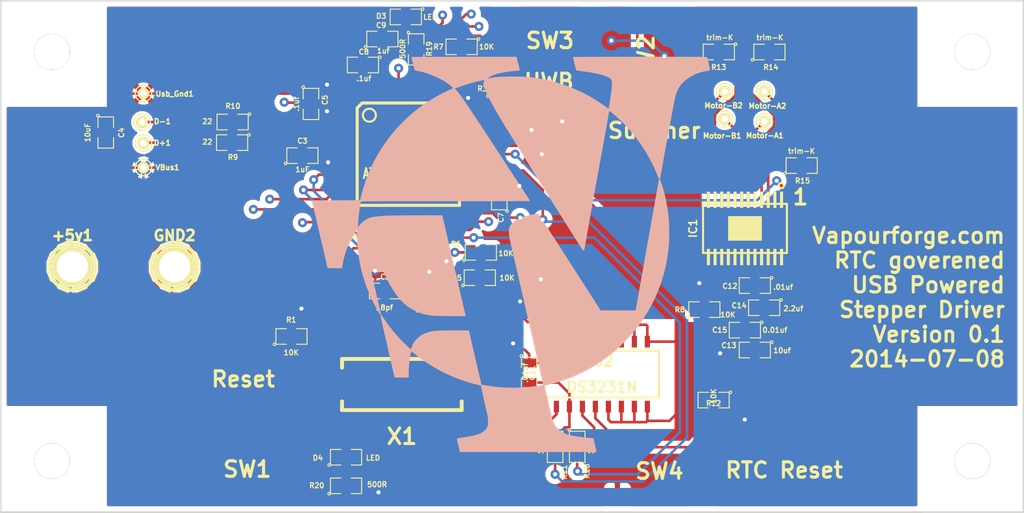
<source format=kicad_pcb>
(kicad_pcb (version 4) (host pcbnew "(2014-jan-25)-product")
  (layers (0 F.Cu signal) (31 B.Cu signal) (34 B.Paste user) (35 F.Paste user) (36 B.SilkS user) (37 F.SilkS user) (38 B.Mask user) (39 F.Mask user) (44 Edge.Cuts user))
  (net 0 "")
  (net 1 +5V)
  (net 2 GND)
  (net 3 "Net-(C1-Pad1)")
  (net 4 "Net-(C2-Pad1)")
  (net 5 "Net-(C3-Pad2)")
  (net 6 "Net-(C9-Pad2)")
  (net 7 "Net-(C14-Pad2)")
  (net 8 "Net-(C15-Pad2)")
  (net 9 "Net-(D+1-Pad1)")
  (net 10 "Net-(D-1-Pad1)")
  (net 11 "Net-(IC1-Pad1)")
  (net 12 "Net-(IC1-Pad3)")
  (net 13 "Net-(IC1-Pad4)")
  (net 14 "Net-(IC1-Pad5)")
  (net 15 "Net-(IC1-Pad6)")
  (net 16 "Net-(IC1-Pad7)")
  (net 17 "Net-(IC1-Pad8)")
  (net 18 "Net-(IC1-Pad9)")
  (net 19 "Net-(IC1-Pad11)")
  (net 20 "Net-(IC1-Pad12)")
  (net 21 "Net-(IC1-Pad16)")
  (net 22 "Net-(R1-Pad1)")
  (net 23 "Net-(R3-Pad2)")
  (net 24 "Net-(R5-Pad1)")
  (net 25 "Net-(R6-Pad1)")
  (net 26 "Net-(R7-Pad2)")
  (net 27 "Net-(R8-Pad1)")
  (net 28 "Net-(R9-Pad1)")
  (net 29 "Net-(R10-Pad1)")
  (net 30 "Net-(R11-Pad2)")
  (net 31 "Net-(R12-Pad2)")
  (net 32 "Net-(U1-Pad39)")
  (net 33 "Net-(U1-Pad41)")
  (net 34 "Net-(U1-Pad38)")
  (net 35 "Net-(U1-Pad37)")
  (net 36 "Net-(U1-Pad12)")
  (net 37 "Net-(U1-Pad21)")
  (net 38 "Net-(U1-Pad22)")
  (net 39 "Net-(U1-Pad27)")
  (net 40 "Net-(U1-Pad25)")
  (net 41 "Net-(U1-Pad10)")
  (net 42 "Net-(U1-Pad11)")
  (net 43 "Net-(U1-Pad32)")
  (net 44 "Net-(U1-Pad1)")
  (net 45 "Net-(IC1-Pad22)")
  (net 46 "Net-(IC1-Pad13)")
  (net 47 "Net-(IC1-Pad2)")
  (net 48 "Net-(R18-Pad2)")
  (net 49 "Net-(D3-Pad1)")
  (net 50 "Net-(D4-Pad1)")
  (net 51 "Net-(R19-Pad2)")
  (module SMD_Packages:TQFP44 (layer F.Cu) (at 109.855 90)
    (fp_text reference U1 (at 0 -1.905) (layer F.SilkS) (effects (font (size 1.524 1.016) (thickness 0.2032))))
    (fp_text value ATmega32U4-AU (at 0 1.905) (layer F.SilkS) (effects (font (size 1 0.7) (thickness 0.175))))
    (pad 39 smd rect (at 0 -5.715) (size 0.4064 1.524) (layers F.Cu F.Paste F.Mask) (net 32 "Net-(U1-Pad39)"))
    (pad 40 smd rect (at -0.8001 -5.715) (size 0.4064 1.524) (layers F.Cu F.Paste F.Mask) (net 51 "Net-(R19-Pad2)"))
    (pad 41 smd rect (at -1.6002 -5.715) (size 0.4064 1.524) (layers F.Cu F.Paste F.Mask) (net 33 "Net-(U1-Pad41)"))
    (pad 42 smd rect (at -2.4003 -5.715) (size 0.4064 1.524) (layers F.Cu F.Paste F.Mask) (net 6 "Net-(C9-Pad2)"))
    (pad 43 smd rect (at -3.2004 -5.715) (size 0.4064 1.524) (layers F.Cu F.Paste F.Mask) (net 2 GND))
    (pad 44 smd rect (at -4.0005 -5.715) (size 0.4064 1.524) (layers F.Cu F.Paste F.Mask) (net 1 +5V))
    (pad 38 smd rect (at 0.8001 -5.715) (size 0.4064 1.524) (layers F.Cu F.Paste F.Mask) (net 34 "Net-(U1-Pad38)"))
    (pad 37 smd rect (at 1.6002 -5.715) (size 0.4064 1.524) (layers F.Cu F.Paste F.Mask) (net 35 "Net-(U1-Pad37)"))
    (pad 36 smd rect (at 2.4003 -5.715) (size 0.4064 1.524) (layers F.Cu F.Paste F.Mask) (net 26 "Net-(R7-Pad2)"))
    (pad 35 smd rect (at 3.2004 -5.715) (size 0.4064 1.524) (layers F.Cu F.Paste F.Mask) (net 2 GND))
    (pad 34 smd rect (at 4.0005 -5.715) (size 0.4064 1.524) (layers F.Cu F.Paste F.Mask) (net 1 +5V))
    (pad 17 smd rect (at 0 5.715) (size 0.4064 1.524) (layers F.Cu F.Paste F.Mask) (net 3 "Net-(C1-Pad1)"))
    (pad 16 smd rect (at -0.8001 5.715) (size 0.4064 1.524) (layers F.Cu F.Paste F.Mask) (net 4 "Net-(C2-Pad1)"))
    (pad 15 smd rect (at -1.6002 5.715) (size 0.4064 1.524) (layers F.Cu F.Paste F.Mask) (net 2 GND))
    (pad 14 smd rect (at -2.4003 5.715) (size 0.4064 1.524) (layers F.Cu F.Paste F.Mask) (net 1 +5V))
    (pad 13 smd rect (at -3.2004 5.715) (size 0.4064 1.524) (layers F.Cu F.Paste F.Mask) (net 22 "Net-(R1-Pad1)"))
    (pad 12 smd rect (at -4.0005 5.715) (size 0.4064 1.524) (layers F.Cu F.Paste F.Mask) (net 36 "Net-(U1-Pad12)"))
    (pad 18 smd rect (at 0.8001 5.715) (size 0.4064 1.524) (layers F.Cu F.Paste F.Mask) (net 24 "Net-(R5-Pad1)"))
    (pad 19 smd rect (at 1.6002 5.715) (size 0.4064 1.524) (layers F.Cu F.Paste F.Mask) (net 25 "Net-(R6-Pad1)"))
    (pad 20 smd rect (at 2.4003 5.715) (size 0.4064 1.524) (layers F.Cu F.Paste F.Mask) (net 48 "Net-(R18-Pad2)"))
    (pad 21 smd rect (at 3.2004 5.715) (size 0.4064 1.524) (layers F.Cu F.Paste F.Mask) (net 37 "Net-(U1-Pad21)"))
    (pad 22 smd rect (at 4.0005 5.715) (size 0.4064 1.524) (layers F.Cu F.Paste F.Mask) (net 38 "Net-(U1-Pad22)"))
    (pad 6 smd rect (at -5.715 0) (size 1.524 0.4064) (layers F.Cu F.Paste F.Mask) (net 5 "Net-(C3-Pad2)"))
    (pad 28 smd rect (at 5.715 0) (size 1.524 0.4064) (layers F.Cu F.Paste F.Mask) (net 11 "Net-(IC1-Pad1)"))
    (pad 7 smd rect (at -5.715 0.8001) (size 1.524 0.4064) (layers F.Cu F.Paste F.Mask) (net 1 +5V))
    (pad 27 smd rect (at 5.715 0.8001) (size 1.524 0.4064) (layers F.Cu F.Paste F.Mask) (net 39 "Net-(U1-Pad27)"))
    (pad 26 smd rect (at 5.715 1.6002) (size 1.524 0.4064) (layers F.Cu F.Paste F.Mask) (net 30 "Net-(R11-Pad2)"))
    (pad 8 smd rect (at -5.715 1.6002) (size 1.524 0.4064) (layers F.Cu F.Paste F.Mask) (net 25 "Net-(R6-Pad1)"))
    (pad 9 smd rect (at -5.715 2.4003) (size 1.524 0.4064) (layers F.Cu F.Paste F.Mask) (net 24 "Net-(R5-Pad1)"))
    (pad 25 smd rect (at 5.715 2.4003) (size 1.524 0.4064) (layers F.Cu F.Paste F.Mask) (net 40 "Net-(U1-Pad25)"))
    (pad 24 smd rect (at 5.715 3.2004) (size 1.524 0.4064) (layers F.Cu F.Paste F.Mask) (net 1 +5V))
    (pad 10 smd rect (at -5.715 3.2004) (size 1.524 0.4064) (layers F.Cu F.Paste F.Mask) (net 41 "Net-(U1-Pad10)"))
    (pad 11 smd rect (at -5.715 4.0005) (size 1.524 0.4064) (layers F.Cu F.Paste F.Mask) (net 42 "Net-(U1-Pad11)"))
    (pad 23 smd rect (at 5.715 4.0005) (size 1.524 0.4064) (layers F.Cu F.Paste F.Mask) (net 2 GND))
    (pad 29 smd rect (at 5.715 -0.8001) (size 1.524 0.4064) (layers F.Cu F.Paste F.Mask) (net 20 "Net-(IC1-Pad12)"))
    (pad 5 smd rect (at -5.715 -0.8001) (size 1.524 0.4064) (layers F.Cu F.Paste F.Mask) (net 2 GND))
    (pad 4 smd rect (at -5.715 -1.6002) (size 1.524 0.4064) (layers F.Cu F.Paste F.Mask) (net 28 "Net-(R9-Pad1)"))
    (pad 30 smd rect (at 5.715 -1.6002) (size 1.524 0.4064) (layers F.Cu F.Paste F.Mask) (net 19 "Net-(IC1-Pad11)"))
    (pad 31 smd rect (at 5.715 -2.4003) (size 1.524 0.4064) (layers F.Cu F.Paste F.Mask) (net 27 "Net-(R8-Pad1)"))
    (pad 3 smd rect (at -5.715 -2.4003) (size 1.524 0.4064) (layers F.Cu F.Paste F.Mask) (net 29 "Net-(R10-Pad1)"))
    (pad 2 smd rect (at -5.715 -3.2004) (size 1.524 0.4064) (layers F.Cu F.Paste F.Mask) (net 1 +5V))
    (pad 32 smd rect (at 5.715 -3.2004) (size 1.524 0.4064) (layers F.Cu F.Paste F.Mask) (net 43 "Net-(U1-Pad32)"))
    (pad 33 smd rect (at 5.715 -4.0005) (size 1.524 0.4064) (layers F.Cu F.Paste F.Mask) (net 23 "Net-(R3-Pad2)"))
    (pad 1 smd rect (at -5.715 -4.0005) (size 1.524 0.4064) (layers F.Cu F.Paste F.Mask) (net 44 "Net-(U1-Pad1)"))
  )
  (module Connect:1pin (layer F.Cu) (at 77 101)
    (fp_text reference +5v1 (at 0 -3.048) (layer F.SilkS) (effects (font (size 1.016 1.016) (thickness 0.254))))
    (fp_text value CONN_1 hide)
    (pad 1 thru_hole circle (at 0 0) (size 4.064 4.064) (drill 3.048) (layers *.Cu *.Mask F.SilkS) (net 1 +5V))
  )
  (module SMD_Packages:SM0805 (layer F.Cu) (at 111.379 103.378)
    (fp_text reference C1 (at 0.021 -1.278) (layer F.SilkS) (effects (font (size 0.50038 0.50038) (thickness 0.10922))))
    (fp_text value 18pf (at 0.021 1.822) (layer F.SilkS) (effects (font (size 0.50038 0.50038) (thickness 0.10922))))
    (pad 1 smd rect (at -0.9525 0) (size 0.889 1.397) (layers F.Cu F.Paste F.Mask) (net 3 "Net-(C1-Pad1)"))
    (pad 2 smd rect (at 0.9525 0) (size 0.889 1.397) (layers F.Cu F.Paste F.Mask) (net 2 GND))
  )
  (module SMD_Packages:SM0805 (layer F.Cu) (at 107.569 103.378 180)
    (fp_text reference C2 (at -0.031 1.378 180) (layer F.SilkS) (effects (font (size 0.50038 0.50038) (thickness 0.10922))))
    (fp_text value 18pf (at 0.069 -1.622 180) (layer F.SilkS) (effects (font (size 0.50038 0.50038) (thickness 0.10922))))
    (pad 1 smd rect (at -0.9525 0 180) (size 0.889 1.397) (layers F.Cu F.Paste F.Mask) (net 4 "Net-(C2-Pad1)"))
    (pad 2 smd rect (at 0.9525 0 180) (size 0.889 1.397) (layers F.Cu F.Paste F.Mask) (net 2 GND))
  )
  (module SMD_Packages:SM0805 (layer F.Cu) (at 99.495 90.143)
    (fp_text reference C3 (at 0.005 -1.443) (layer F.SilkS) (effects (font (size 0.50038 0.50038) (thickness 0.10922))))
    (fp_text value 1uF (at 0.005 1.357) (layer F.SilkS) (effects (font (size 0.50038 0.50038) (thickness 0.10922))))
    (pad 1 smd rect (at -0.9525 0) (size 0.889 1.397) (layers F.Cu F.Paste F.Mask) (net 2 GND))
    (pad 2 smd rect (at 0.9525 0) (size 0.889 1.397) (layers F.Cu F.Paste F.Mask) (net 5 "Net-(C3-Pad2)"))
  )
  (module SMD_Packages:SM0805 (layer F.Cu) (at 80.264 87.884 270)
    (fp_text reference C4 (at 0.016 -1.536 270) (layer F.SilkS) (effects (font (size 0.50038 0.50038) (thickness 0.10922))))
    (fp_text value 10uF (at 0.016 1.764 270) (layer F.SilkS) (effects (font (size 0.50038 0.50038) (thickness 0.10922))))
    (pad 1 smd rect (at -0.9525 0 270) (size 0.889 1.397) (layers F.Cu F.Paste F.Mask) (net 2 GND))
    (pad 2 smd rect (at 0.9525 0 270) (size 0.889 1.397) (layers F.Cu F.Paste F.Mask) (net 1 +5V))
  )
  (module SMD_Packages:SM0805 (layer F.Cu) (at 100.33 85.09 270)
    (fp_text reference C5 (at -0.39 -1.37 270) (layer F.SilkS) (effects (font (size 0.50038 0.50038) (thickness 0.10922))))
    (fp_text value .1uf (at 0.01 1.43 270) (layer F.SilkS) (effects (font (size 0.50038 0.50038) (thickness 0.10922))))
    (pad 1 smd rect (at -0.9525 0 270) (size 0.889 1.397) (layers F.Cu F.Paste F.Mask) (net 2 GND))
    (pad 2 smd rect (at 0.9525 0 270) (size 0.889 1.397) (layers F.Cu F.Paste F.Mask) (net 1 +5V))
  )
  (module SMD_Packages:SM0805 (layer F.Cu) (at 106.68 99.06 180)
    (fp_text reference C6 (at 2.28 0.96 180) (layer F.SilkS) (effects (font (size 0.50038 0.50038) (thickness 0.10922))))
    (fp_text value .1uf (at -2.42 -0.04 180) (layer F.SilkS) (effects (font (size 0.50038 0.50038) (thickness 0.10922))))
    (pad 1 smd rect (at -0.9525 0 180) (size 0.889 1.397) (layers F.Cu F.Paste F.Mask) (net 2 GND))
    (pad 2 smd rect (at 0.9525 0 180) (size 0.889 1.397) (layers F.Cu F.Paste F.Mask) (net 1 +5V))
  )
  (module SMD_Packages:SM0805 (layer F.Cu) (at 118.745 93.915 90)
    (fp_text reference C7 (at -2.285 0.155 90) (layer F.SilkS) (effects (font (size 0.50038 0.50038) (thickness 0.10922))))
    (fp_text value .1uf (at 2.415 -0.045 90) (layer F.SilkS) (effects (font (size 0.50038 0.50038) (thickness 0.10922))))
    (pad 1 smd rect (at -0.9525 0 90) (size 0.889 1.397) (layers F.Cu F.Paste F.Mask) (net 2 GND))
    (pad 2 smd rect (at 0.9525 0 90) (size 0.889 1.397) (layers F.Cu F.Paste F.Mask) (net 1 +5V))
  )
  (module SMD_Packages:SM0805 (layer F.Cu) (at 105.41 81.28 180)
    (fp_text reference C8 (at -0.09 1.28 180) (layer F.SilkS) (effects (font (size 0.50038 0.50038) (thickness 0.10922))))
    (fp_text value .1uf (at -0.09 -1.32 180) (layer F.SilkS) (effects (font (size 0.50038 0.50038) (thickness 0.10922))))
    (pad 1 smd rect (at -0.9525 0 180) (size 0.889 1.397) (layers F.Cu F.Paste F.Mask) (net 2 GND))
    (pad 2 smd rect (at 0.9525 0 180) (size 0.889 1.397) (layers F.Cu F.Paste F.Mask) (net 1 +5V))
  )
  (module SMD_Packages:SM0805 (layer F.Cu) (at 107.315 78.74)
    (fp_text reference C9 (at -0.115 -1.34) (layer F.SilkS) (effects (font (size 0.50038 0.50038) (thickness 0.10922))))
    (fp_text value 1uf (at 0.085 1.16) (layer F.SilkS) (effects (font (size 0.50038 0.50038) (thickness 0.10922))))
    (pad 1 smd rect (at -0.9525 0) (size 0.889 1.397) (layers F.Cu F.Paste F.Mask) (net 2 GND))
    (pad 2 smd rect (at 0.9525 0) (size 0.889 1.397) (layers F.Cu F.Paste F.Mask) (net 6 "Net-(C9-Pad2)"))
  )
  (module SMD_Packages:SM0805 (layer F.Cu) (at 121.666 111.379 270)
    (fp_text reference C11 (at 0 -0.3175 270) (layer F.SilkS) (effects (font (size 0.50038 0.50038) (thickness 0.10922))))
    (fp_text value .01uf (at 0 0.381 270) (layer F.SilkS) (effects (font (size 0.50038 0.50038) (thickness 0.10922))))
    (pad 1 smd rect (at -0.9525 0 270) (size 0.889 1.397) (layers F.Cu F.Paste F.Mask) (net 2 GND))
    (pad 2 smd rect (at 0.9525 0 270) (size 0.889 1.397) (layers F.Cu F.Paste F.Mask) (net 1 +5V))
  )
  (module SMD_Packages:SM0805 (layer F.Cu) (at 143.73 102.85 180)
    (fp_text reference C12 (at 2.43 -0.05 180) (layer F.SilkS) (effects (font (size 0.50038 0.50038) (thickness 0.10922))))
    (fp_text value .01uf (at -2.77 -0.15 180) (layer F.SilkS) (effects (font (size 0.50038 0.50038) (thickness 0.10922))))
    (pad 1 smd rect (at -0.9525 0 180) (size 0.889 1.397) (layers F.Cu F.Paste F.Mask) (net 2 GND))
    (pad 2 smd rect (at 0.9525 0 180) (size 0.889 1.397) (layers F.Cu F.Paste F.Mask) (net 1 +5V))
  )
  (module SMD_Packages:SM0805 (layer F.Cu) (at 143.73 109.15 180)
    (fp_text reference C13 (at 2.53 0.45 180) (layer F.SilkS) (effects (font (size 0.50038 0.50038) (thickness 0.10922))))
    (fp_text value 10uf (at -2.67 -0.05 180) (layer F.SilkS) (effects (font (size 0.50038 0.50038) (thickness 0.10922))))
    (pad 1 smd rect (at -0.9525 0 180) (size 0.889 1.397) (layers F.Cu F.Paste F.Mask) (net 2 GND))
    (pad 2 smd rect (at 0.9525 0 180) (size 0.889 1.397) (layers F.Cu F.Paste F.Mask) (net 1 +5V))
  )
  (module SMD_Packages:SM0805 (layer F.Cu) (at 144.647 105.017 180)
    (fp_text reference C14 (at 2.447 0.217 180) (layer F.SilkS) (effects (font (size 0.50038 0.50038) (thickness 0.10922))))
    (fp_text value 2.2uf (at -2.853 -0.083 180) (layer F.SilkS) (effects (font (size 0.50038 0.50038) (thickness 0.10922))))
    (pad 1 smd rect (at -0.9525 0 180) (size 0.889 1.397) (layers F.Cu F.Paste F.Mask) (net 2 GND))
    (pad 2 smd rect (at 0.9525 0 180) (size 0.889 1.397) (layers F.Cu F.Paste F.Mask) (net 7 "Net-(C14-Pad2)"))
  )
  (module SMD_Packages:SM0805 (layer F.Cu) (at 142.758 107.203 180)
    (fp_text reference C15 (at 2.458 0.003 180) (layer F.SilkS) (effects (font (size 0.50038 0.50038) (thickness 0.10922))))
    (fp_text value 0.01uf (at -2.942 0.003 180) (layer F.SilkS) (effects (font (size 0.50038 0.50038) (thickness 0.10922))))
    (pad 1 smd rect (at -0.9525 0 180) (size 0.889 1.397) (layers F.Cu F.Paste F.Mask) (net 2 GND))
    (pad 2 smd rect (at 0.9525 0 180) (size 0.889 1.397) (layers F.Cu F.Paste F.Mask) (net 8 "Net-(C15-Pad2)"))
  )
  (module Connect:1pin (layer F.Cu) (at 87 101)
    (fp_text reference GND2 (at 0 -3.048) (layer F.SilkS) (effects (font (size 1.016 1.016) (thickness 0.254))))
    (fp_text value CONN_1 hide)
    (pad 1 thru_hole circle (at 0 0) (size 4.064 4.064) (drill 3.048) (layers *.Cu *.Mask F.SilkS) (net 2 GND))
  )
  (module 1:HTSSOP24 (layer F.Cu) (at 142.769 97.259 270)
    (fp_text reference IC1 (at 0 5.08 270) (layer F.SilkS) (effects (font (size 0.762 0.762) (thickness 0.1524))))
    (fp_text value DRV8834_SOP hide)
    (pad 19 smd rect (at 2.8 -0.325 270) (size 1.6 0.3) (layers F.Cu F.Paste F.SilkS F.Mask) (net 1 +5V))
    (pad 20 smd rect (at 2.8 -0.975 270) (size 1.6 0.3) (layers F.Cu F.Paste F.SilkS F.Mask) (net 7 "Net-(C14-Pad2)"))
    (pad 21 smd rect (at 2.8 -1.625 270) (size 1.6 0.3) (layers F.Cu F.Paste F.SilkS F.Mask) (net 2 GND))
    (pad 22 smd rect (at 2.8 -2.275 270) (size 1.6 0.3) (layers F.Cu F.Paste F.SilkS F.Mask) (net 45 "Net-(IC1-Pad22)"))
    (pad 23 smd rect (at 2.8 -2.925 270) (size 1.6 0.3) (layers F.Cu F.Paste F.SilkS F.Mask) (net 45 "Net-(IC1-Pad22)"))
    (pad 24 smd rect (at 2.8 -3.575 270) (size 1.6 0.3) (layers F.Cu F.Paste F.SilkS F.Mask) (net 45 "Net-(IC1-Pad22)"))
    (pad 18 smd rect (at 2.8 0.325 270) (size 1.6 0.3) (layers F.Cu F.Paste F.SilkS F.Mask) (net 1 +5V))
    (pad 17 smd rect (at 2.8 0.975 270) (size 1.6 0.3) (layers F.Cu F.Paste F.SilkS F.Mask) (net 8 "Net-(C15-Pad2)"))
    (pad 16 smd rect (at 2.8 1.625 270) (size 1.6 0.3) (layers F.Cu F.Paste F.SilkS F.Mask) (net 21 "Net-(IC1-Pad16)"))
    (pad 15 smd rect (at 2.8 2.275 270) (size 1.6 0.3) (layers F.Cu F.Paste F.SilkS F.Mask) (net 1 +5V))
    (pad 14 smd rect (at 2.8 2.925 270) (size 1.6 0.3) (layers F.Cu F.Paste F.SilkS F.Mask) (net 1 +5V))
    (pad 13 smd rect (at 2.8 3.575 270) (size 1.6 0.3) (layers F.Cu F.Paste F.SilkS F.Mask) (net 46 "Net-(IC1-Pad13)"))
    (pad 12 smd rect (at -2.8 3.575 270) (size 1.6 0.3) (layers F.Cu F.Paste F.SilkS F.Mask) (net 20 "Net-(IC1-Pad12)"))
    (pad 11 smd rect (at -2.8 2.925 270) (size 1.6 0.3) (layers F.Cu F.Paste F.SilkS F.Mask) (net 19 "Net-(IC1-Pad11)"))
    (pad 10 smd rect (at -2.8 2.275 270) (size 1.6 0.3) (layers F.Cu F.Paste F.SilkS F.Mask) (net 2 GND))
    (pad 9 smd rect (at -2.8 1.625 270) (size 1.6 0.3) (layers F.Cu F.Paste F.SilkS F.Mask) (net 18 "Net-(IC1-Pad9)"))
    (pad 8 smd rect (at -2.8 0.975 270) (size 1.6 0.3) (layers F.Cu F.Paste F.SilkS F.Mask) (net 17 "Net-(IC1-Pad8)"))
    (pad 7 smd rect (at -2.8 0.325 270) (size 1.6 0.3) (layers F.Cu F.Paste F.SilkS F.Mask) (net 16 "Net-(IC1-Pad7)"))
    (pad 1 smd rect (at -2.8 -3.575 270) (size 1.6 0.3) (layers F.Cu F.Paste F.SilkS F.Mask) (net 11 "Net-(IC1-Pad1)"))
    (pad 2 smd rect (at -2.8 -2.925 270) (size 1.6 0.3) (layers F.Cu F.Paste F.SilkS F.Mask) (net 47 "Net-(IC1-Pad2)"))
    (pad 3 smd rect (at -2.8 -2.275 270) (size 1.6 0.3) (layers F.Cu F.Paste F.SilkS F.Mask) (net 12 "Net-(IC1-Pad3)"))
    (pad 4 smd rect (at -2.8 -1.625 270) (size 1.6 0.3) (layers F.Cu F.Paste F.SilkS F.Mask) (net 13 "Net-(IC1-Pad4)"))
    (pad 5 smd rect (at -2.8 -0.975 270) (size 1.6 0.3) (layers F.Cu F.Paste F.SilkS F.Mask) (net 14 "Net-(IC1-Pad5)"))
    (pad 6 smd rect (at -2.8 -0.325 270) (size 1.6 0.3) (layers F.Cu F.Paste F.SilkS F.Mask) (net 15 "Net-(IC1-Pad6)"))
    (pad 0 smd rect (at 0 0 270) (size 3.4 7.8) (layers F.Cu) (net 2 GND))
    (pad "" smd rect (at 0 0 270) (size 2.4 3.3) (layers F.Paste F.SilkS F.Mask))
  )
  (module SMD_Packages:SM0805 (layer F.Cu) (at 98.425 107.823)
    (fp_text reference R1 (at -0.025 -1.623) (layer F.SilkS) (effects (font (size 0.50038 0.50038) (thickness 0.10922))))
    (fp_text value 10K (at -0.025 1.577) (layer F.SilkS) (effects (font (size 0.50038 0.50038) (thickness 0.10922))))
    (pad 1 smd rect (at -0.9525 0) (size 0.889 1.397) (layers F.Cu F.Paste F.Mask) (net 22 "Net-(R1-Pad1)"))
    (pad 2 smd rect (at 0.9525 0) (size 0.889 1.397) (layers F.Cu F.Paste F.Mask) (net 1 +5V))
  )
  (module SMD_Packages:SM0805 (layer F.Cu) (at 119.271 83.571)
    (fp_text reference R3 (at -2.171 0.029) (layer F.SilkS) (effects (font (size 0.50038 0.50038) (thickness 0.10922))))
    (fp_text value 10K (at 2.529 0.129) (layer F.SilkS) (effects (font (size 0.50038 0.50038) (thickness 0.10922))))
    (pad 1 smd rect (at -0.9525 0) (size 0.889 1.397) (layers F.Cu F.Paste F.Mask) (net 1 +5V))
    (pad 2 smd rect (at 0.9525 0) (size 0.889 1.397) (layers F.Cu F.Paste F.Mask) (net 23 "Net-(R3-Pad2)"))
  )
  (module SMD_Packages:SM0805 (layer F.Cu) (at 116.84 102.078)
    (fp_text reference R5 (at -2.24 0.022) (layer F.SilkS) (effects (font (size 0.50038 0.50038) (thickness 0.10922))))
    (fp_text value 10K (at 2.66 0.022) (layer F.SilkS) (effects (font (size 0.50038 0.50038) (thickness 0.10922))))
    (pad 1 smd rect (at -0.9525 0) (size 0.889 1.397) (layers F.Cu F.Paste F.Mask) (net 24 "Net-(R5-Pad1)"))
    (pad 2 smd rect (at 0.9525 0) (size 0.889 1.397) (layers F.Cu F.Paste F.Mask) (net 1 +5V))
  )
  (module SMD_Packages:SM0805 (layer F.Cu) (at 116.94 99.603)
    (fp_text reference R6 (at -2.44 -0.803) (layer F.SilkS) (effects (font (size 0.50038 0.50038) (thickness 0.10922))))
    (fp_text value 10K (at 2.46 0.097) (layer F.SilkS) (effects (font (size 0.50038 0.50038) (thickness 0.10922))))
    (pad 1 smd rect (at -0.9525 0) (size 0.889 1.397) (layers F.Cu F.Paste F.Mask) (net 25 "Net-(R6-Pad1)"))
    (pad 2 smd rect (at 0.9525 0) (size 0.889 1.397) (layers F.Cu F.Paste F.Mask) (net 1 +5V))
  )
  (module SMD_Packages:SM0805 (layer F.Cu) (at 115.062 79.502 180)
    (fp_text reference R7 (at 2.262 0.002 180) (layer F.SilkS) (effects (font (size 0.50038 0.50038) (thickness 0.10922))))
    (fp_text value 10K (at -2.438 0.002 180) (layer F.SilkS) (effects (font (size 0.50038 0.50038) (thickness 0.10922))))
    (pad 1 smd rect (at -0.9525 0 180) (size 0.889 1.397) (layers F.Cu F.Paste F.Mask) (net 1 +5V))
    (pad 2 smd rect (at 0.9525 0 180) (size 0.889 1.397) (layers F.Cu F.Paste F.Mask) (net 26 "Net-(R7-Pad2)"))
  )
  (module SMD_Packages:SM0805 (layer F.Cu) (at 138.8 105.2)
    (fp_text reference R8 (at -2.4 0) (layer F.SilkS) (effects (font (size 0.50038 0.50038) (thickness 0.10922))))
    (fp_text value 10K (at 2.3 0.5) (layer F.SilkS) (effects (font (size 0.50038 0.50038) (thickness 0.10922))))
    (pad 1 smd rect (at -0.9525 0) (size 0.889 1.397) (layers F.Cu F.Paste F.Mask) (net 27 "Net-(R8-Pad1)"))
    (pad 2 smd rect (at 0.9525 0) (size 0.889 1.397) (layers F.Cu F.Paste F.Mask) (net 21 "Net-(IC1-Pad16)"))
  )
  (module SMD_Packages:SM0805 (layer F.Cu) (at 92.62 88.87 180)
    (fp_text reference R9 (at -0.08 -1.43 180) (layer F.SilkS) (effects (font (size 0.50038 0.50038) (thickness 0.10922))))
    (fp_text value 22 (at 2.42 0.07 180) (layer F.SilkS) (effects (font (size 0.50038 0.50038) (thickness 0.10922))))
    (pad 1 smd rect (at -0.9525 0 180) (size 0.889 1.397) (layers F.Cu F.Paste F.Mask) (net 28 "Net-(R9-Pad1)"))
    (pad 2 smd rect (at 0.9525 0 180) (size 0.889 1.397) (layers F.Cu F.Paste F.Mask) (net 9 "Net-(D+1-Pad1)"))
  )
  (module SMD_Packages:SM0805 (layer F.Cu) (at 92.67 86.855 180)
    (fp_text reference R10 (at -0.03 1.555 180) (layer F.SilkS) (effects (font (size 0.50038 0.50038) (thickness 0.10922))))
    (fp_text value 22 (at 2.47 0.055 180) (layer F.SilkS) (effects (font (size 0.50038 0.50038) (thickness 0.10922))))
    (pad 1 smd rect (at -0.9525 0 180) (size 0.889 1.397) (layers F.Cu F.Paste F.Mask) (net 29 "Net-(R10-Pad1)"))
    (pad 2 smd rect (at 0.9525 0 180) (size 0.889 1.397) (layers F.Cu F.Paste F.Mask) (net 10 "Net-(D-1-Pad1)"))
  )
  (module SMD_Packages:SM0805 (layer F.Cu) (at 124.206 118.618 270)
    (fp_text reference R11 (at 2.482 -0.894 270) (layer F.SilkS) (effects (font (size 0.50038 0.50038) (thickness 0.10922))))
    (fp_text value 10K (at -0.018 1.406 270) (layer F.SilkS) (effects (font (size 0.50038 0.50038) (thickness 0.10922))))
    (pad 1 smd rect (at -0.9525 0 270) (size 0.889 1.397) (layers F.Cu F.Paste F.Mask) (net 1 +5V))
    (pad 2 smd rect (at 0.9525 0 270) (size 0.889 1.397) (layers F.Cu F.Paste F.Mask) (net 30 "Net-(R11-Pad2)"))
  )
  (module SMD_Packages:SM0805 (layer F.Cu) (at 139.7 114.046 180)
    (fp_text reference R12 (at 0 -0.3175 180) (layer F.SilkS) (effects (font (size 0.50038 0.50038) (thickness 0.10922))))
    (fp_text value 10K (at 0 0.381 270) (layer F.SilkS) (effects (font (size 0.50038 0.50038) (thickness 0.10922))))
    (pad 1 smd rect (at -0.9525 0 180) (size 0.889 1.397) (layers F.Cu F.Paste F.Mask) (net 1 +5V))
    (pad 2 smd rect (at 0.9525 0 180) (size 0.889 1.397) (layers F.Cu F.Paste F.Mask) (net 31 "Net-(R12-Pad2)"))
  )
  (module SMD_Packages:SM0805 (layer F.Cu) (at 140.208 80.01 180)
    (fp_text reference R13 (at 0.008 -1.49 180) (layer F.SilkS) (effects (font (size 0.50038 0.50038) (thickness 0.10922))))
    (fp_text value trim-K (at -0.092 1.41 180) (layer F.SilkS) (effects (font (size 0.50038 0.50038) (thickness 0.10922))))
    (pad 1 smd rect (at -0.9525 0 180) (size 0.889 1.397) (layers F.Cu F.Paste F.Mask) (net 17 "Net-(IC1-Pad8)"))
    (pad 2 smd rect (at 0.9525 0 180) (size 0.889 1.397) (layers F.Cu F.Paste F.Mask) (net 2 GND))
  )
  (module SMD_Packages:SM0805 (layer F.Cu) (at 145.161 80.01)
    (fp_text reference R14 (at 0.139 1.49) (layer F.SilkS) (effects (font (size 0.50038 0.50038) (thickness 0.10922))))
    (fp_text value trim-K (at 0.039 -1.41) (layer F.SilkS) (effects (font (size 0.50038 0.50038) (thickness 0.10922))))
    (pad 1 smd rect (at -0.9525 0) (size 0.889 1.397) (layers F.Cu F.Paste F.Mask) (net 14 "Net-(IC1-Pad5)"))
    (pad 2 smd rect (at 0.9525 0) (size 0.889 1.397) (layers F.Cu F.Paste F.Mask) (net 2 GND))
  )
  (module SMD_Packages:SM0805 (layer F.Cu) (at 148.314 91.117)
    (fp_text reference R15 (at 0.086 1.483) (layer F.SilkS) (effects (font (size 0.50038 0.50038) (thickness 0.10922))))
    (fp_text value trim-K (at -0.014 -1.417) (layer F.SilkS) (effects (font (size 0.50038 0.50038) (thickness 0.10922))))
    (pad 1 smd rect (at -0.9525 0) (size 0.889 1.397) (layers F.Cu F.Paste F.Mask) (net 12 "Net-(IC1-Pad3)"))
    (pad 2 smd rect (at 0.9525 0) (size 0.889 1.397) (layers F.Cu F.Paste F.Mask) (net 2 GND))
  )
  (module SMD_Packages:SO16N (layer F.Cu) (at 128.778 111.506)
    (fp_text reference U2 (at 0.127 -1.27) (layer F.SilkS) (effects (font (size 1.016 1.016) (thickness 0.2032))))
    (fp_text value DS3231N (at 0 1.27) (layer F.SilkS) (effects (font (size 1.016 1.016) (thickness 0.2032))))
    (pad 16 smd rect (at -4.445 -3.175) (size 0.508 1.143) (layers F.Cu F.Paste F.Mask) (net 24 "Net-(R5-Pad1)"))
    (pad 14 smd rect (at -1.905 -3.175) (size 0.508 1.143) (layers F.Cu F.Paste F.Mask) (net 2 GND))
    (pad 13 smd rect (at -0.635 -3.175) (size 0.508 1.143) (layers F.Cu F.Paste F.Mask) (net 2 GND))
    (pad 12 smd rect (at 0.635 -3.175) (size 0.508 1.143) (layers F.Cu F.Paste F.Mask) (net 2 GND))
    (pad 11 smd rect (at 1.905 -3.175) (size 0.508 1.143) (layers F.Cu F.Paste F.Mask) (net 2 GND))
    (pad 10 smd rect (at 3.175 -3.175) (size 0.508 1.143) (layers F.Cu F.Paste F.Mask) (net 2 GND))
    (pad 9 smd rect (at 4.445 -3.175) (size 0.508 1.143) (layers F.Cu F.Paste F.Mask) (net 2 GND))
    (pad 8 smd rect (at 4.445 3.175) (size 0.508 1.143) (layers F.Cu F.Paste F.Mask) (net 2 GND))
    (pad 7 smd rect (at 3.175 3.175) (size 0.508 1.143) (layers F.Cu F.Paste F.Mask) (net 2 GND))
    (pad 6 smd rect (at 1.905 3.175) (size 0.508 1.143) (layers F.Cu F.Paste F.Mask) (net 2 GND))
    (pad 5 smd rect (at 0.635 3.175) (size 0.508 1.143) (layers F.Cu F.Paste F.Mask) (net 2 GND))
    (pad 4 smd rect (at -0.635 3.175) (size 0.508 1.143) (layers F.Cu F.Paste F.Mask) (net 31 "Net-(R12-Pad2)"))
    (pad 3 smd rect (at -1.905 3.175) (size 0.508 1.143) (layers F.Cu F.Paste F.Mask) (net 48 "Net-(R18-Pad2)"))
    (pad 2 smd rect (at -3.175 3.175) (size 0.508 1.143) (layers F.Cu F.Paste F.Mask) (net 1 +5V))
    (pad 1 smd rect (at -4.445 3.175) (size 0.508 1.143) (layers F.Cu F.Paste F.Mask) (net 30 "Net-(R11-Pad2)"))
    (pad 15 smd rect (at -3.175 -3.175) (size 0.508 1.143) (layers F.Cu F.Paste F.Mask) (net 25 "Net-(R6-Pad1)"))
  )
  (module Crystals:Crystal_HC49-SD_SMD (layer F.Cu) (at 109.22 112.522 180)
    (fp_text reference X1 (at 0 -5.08 180) (layer F.SilkS) (effects (font (thickness 0.3048))))
    (fp_text value CRYSTAL hide)
    (pad 1 smd rect (at -4.84886 0 180) (size 5.6007 2.10058) (layers F.Cu F.Paste F.Mask) (net 3 "Net-(C1-Pad1)"))
    (pad 2 smd rect (at 4.84886 0 180) (size 5.6007 2.10058) (layers F.Cu F.Paste F.Mask) (net 4 "Net-(C2-Pad1)"))
  )
  (module Connect:PINTST (layer F.Cu) (at 144.662 86.815 90)
    (fp_text reference Motor-A1 (at -1.363 0.04554 180) (layer F.SilkS) (effects (font (size 0.508 0.508) (thickness 0.127))))
    (fp_text value CONN_1 hide)
    (pad 1 thru_hole circle (at 0 0 90) (size 1.143 1.143) (drill 0.635) (layers *.Cu *.Mask F.SilkS) (net 15 "Net-(IC1-Pad6)"))
  )
  (module Connect:PINTST (layer F.Cu) (at 144.662 83.875 90)
    (fp_text reference Motor-A2 (at -1.41446 0.303 180) (layer F.SilkS) (effects (font (size 0.508 0.508) (thickness 0.127))))
    (fp_text value CONN_1 hide)
    (pad 1 thru_hole circle (at 0 0 90) (size 1.143 1.143) (drill 0.635) (layers *.Cu *.Mask F.SilkS) (net 13 "Net-(IC1-Pad4)"))
  )
  (module Connect:PINTST (layer F.Cu) (at 140.789 86.555 90)
    (fp_text reference Motor-B1 (at -1.64554 -0.243 180) (layer F.SilkS) (effects (font (size 0.508 0.508) (thickness 0.127))))
    (fp_text value CONN_1 hide)
    (pad 1 thru_hole circle (at 0 0 90) (size 1.143 1.143) (drill 0.635) (layers *.Cu *.Mask F.SilkS) (net 16 "Net-(IC1-Pad7)"))
  )
  (module Connect:PINTST (layer F.Cu) (at 140.789 83.895 90)
    (fp_text reference Motor-B2 (at -1.35346 -0.11292 180) (layer F.SilkS) (effects (font (size 0.508 0.508) (thickness 0.127))))
    (fp_text value CONN_1 hide)
    (pad 1 thru_hole circle (at 0 0 90) (size 1.143 1.143) (drill 0.635) (layers *.Cu *.Mask F.SilkS) (net 18 "Net-(IC1-Pad9)"))
  )
  (module Connect:PINTST (layer F.Cu) (at 83.947 88.9)
    (fp_text reference D+1 (at 1.853 0) (layer F.SilkS) (effects (font (size 0.508 0.508) (thickness 0.127))))
    (fp_text value CONN_1 hide)
    (pad 1 thru_hole circle (at 0 0) (size 1.143 1.143) (drill 0.635) (layers *.Cu *.Mask F.SilkS) (net 9 "Net-(D+1-Pad1)"))
  )
  (module Connect:PINTST (layer F.Cu) (at 83.82 86.868)
    (fp_text reference D-1 (at 1.98 -0.068) (layer F.SilkS) (effects (font (size 0.508 0.508) (thickness 0.127))))
    (fp_text value CONN_1 hide)
    (pad 1 thru_hole circle (at 0 0) (size 1.143 1.143) (drill 0.635) (layers *.Cu *.Mask F.SilkS) (net 10 "Net-(D-1-Pad1)"))
  )
  (module Connect:PINTST (layer F.Cu) (at 83.947 84.074)
    (fp_text reference Usb_Gnd1 (at 3.053 0.026) (layer F.SilkS) (effects (font (size 0.508 0.508) (thickness 0.127))))
    (fp_text value CONN_1 hide)
    (pad 1 thru_hole circle (at 0 0) (size 1.143 1.143) (drill 0.635) (layers *.Cu *.Mask F.SilkS) (net 2 GND))
  )
  (module Connect:PINTST (layer F.Cu) (at 83.947 91.313)
    (fp_text reference VBus1 (at 2.353 -0.013) (layer F.SilkS) (effects (font (size 0.508 0.508) (thickness 0.127))))
    (fp_text value CONN_1 hide)
    (pad 1 thru_hole circle (at 0 0) (size 1.143 1.143) (drill 0.635) (layers *.Cu *.Mask F.SilkS) (net 1 +5V))
  )
  (module SMD_Packages:SM0805 (layer F.Cu) (at 126.365 118.618 270)
    (fp_text reference R18 (at 2.382 -0.935 270) (layer F.SilkS) (effects (font (size 0.50038 0.50038) (thickness 0.10922))))
    (fp_text value 10K (at -0.018 -1.335 270) (layer F.SilkS) (effects (font (size 0.50038 0.50038) (thickness 0.10922))))
    (pad 1 smd rect (at -0.9525 0 270) (size 0.889 1.397) (layers F.Cu F.Paste F.Mask) (net 1 +5V))
    (pad 2 smd rect (at 0.9525 0 270) (size 0.889 1.397) (layers F.Cu F.Paste F.Mask) (net 48 "Net-(R18-Pad2)"))
  )
  (module SMD_Packages:SM0805 (layer F.Cu) (at 109.601 76.581 180)
    (fp_text reference D3 (at 2.401 0.081 180) (layer F.SilkS) (effects (font (size 0.50038 0.50038) (thickness 0.10922))))
    (fp_text value LED (at -2.399 -0.019 180) (layer F.SilkS) (effects (font (size 0.50038 0.50038) (thickness 0.10922))))
    (pad 1 smd rect (at -0.9525 0 180) (size 0.889 1.397) (layers F.Cu F.Paste F.Mask) (net 49 "Net-(D3-Pad1)"))
    (pad 2 smd rect (at 0.9525 0 180) (size 0.889 1.397) (layers F.Cu F.Paste F.Mask) (net 2 GND))
  )
  (module SMD_Packages:SM0805 (layer F.Cu) (at 103.759 119.634)
    (fp_text reference D4 (at -2.759 0.066) (layer F.SilkS) (effects (font (size 0.50038 0.50038) (thickness 0.10922))))
    (fp_text value LED (at 2.641 0.066) (layer F.SilkS) (effects (font (size 0.50038 0.50038) (thickness 0.10922))))
    (pad 1 smd rect (at -0.9525 0) (size 0.889 1.397) (layers F.Cu F.Paste F.Mask) (net 50 "Net-(D4-Pad1)"))
    (pad 2 smd rect (at 0.9525 0) (size 0.889 1.397) (layers F.Cu F.Paste F.Mask) (net 2 GND))
  )
  (module SMD_Packages:SM0805 (layer F.Cu) (at 110.617 79.756 270)
    (fp_text reference R19 (at -0.056 -1.283 270) (layer F.SilkS) (effects (font (size 0.50038 0.50038) (thickness 0.10922))))
    (fp_text value 500R (at -0.056 1.317 270) (layer F.SilkS) (effects (font (size 0.50038 0.50038) (thickness 0.10922))))
    (pad 1 smd rect (at -0.9525 0 270) (size 0.889 1.397) (layers F.Cu F.Paste F.Mask) (net 49 "Net-(D3-Pad1)"))
    (pad 2 smd rect (at 0.9525 0 270) (size 0.889 1.397) (layers F.Cu F.Paste F.Mask) (net 51 "Net-(R19-Pad2)"))
  )
  (module SMD_Packages:SM0805 (layer F.Cu) (at 103.759 122.428)
    (fp_text reference R20 (at -2.859 -0.028) (layer F.SilkS) (effects (font (size 0.50038 0.50038) (thickness 0.10922))))
    (fp_text value 500R (at 3.041 -0.128) (layer F.SilkS) (effects (font (size 0.50038 0.50038) (thickness 0.10922))))
    (pad 1 smd rect (at -0.9525 0) (size 0.889 1.397) (layers F.Cu F.Paste F.Mask) (net 50 "Net-(D4-Pad1)"))
    (pad 2 smd rect (at 0.9525 0) (size 0.889 1.397) (layers F.Cu F.Paste F.Mask) (net 1 +5V))
  )
  (module SMD_Packages:SM0805 (layer F.Cu) (at 115.047 81.608001)
    (fp_text reference C16 (at -2.347 -0.008001) (layer F.SilkS) (effects (font (size 0.50038 0.50038) (thickness 0.10922))))
    (fp_text value .1uf (at 2.353 0.091999) (layer F.SilkS) (effects (font (size 0.50038 0.50038) (thickness 0.10922))))
    (pad 1 smd rect (at -0.9525 0) (size 0.889 1.397) (layers F.Cu F.Paste F.Mask) (net 2 GND))
    (pad 2 smd rect (at 0.9525 0) (size 0.889 1.397) (layers F.Cu F.Paste F.Mask) (net 1 +5V))
  )
  (module Mounting_Holes:MountingHole_3-5mm (layer F.Cu) (at 165 80)
    (fp_text reference "" (at 0 -4.50088) (layer F.SilkS) (effects (font (thickness 0.3048))))
    (fp_text value MountingHole_3-5mm_RevA_Date21Jun2010 hide)
    (pad 1 thru_hole circle (at 0 0) (size 3.50012 3.50012) (drill 3.50012) (layers))
  )
  (module Mounting_Holes:MountingHole_3-5mm (layer F.Cu) (at 165 120)
    (fp_text reference "" (at 0 -4.50088) (layer F.SilkS) (effects (font (thickness 0.3048))))
    (fp_text value MountingHole_3-5mm_RevA_Date21Jun2010 hide)
    (pad 1 thru_hole circle (at 0 0) (size 3.50012 3.50012) (drill 3.50012) (layers))
  )
  (module Mounting_Holes:MountingHole_3-5mm (layer F.Cu) (at 75 120)
    (fp_text reference "" (at 0 -4.50088) (layer F.SilkS) (effects (font (thickness 0.3048))))
    (fp_text value MountingHole_3-5mm_RevA_Date21Jun2010 hide)
    (pad 1 thru_hole circle (at 0 0) (size 3.50012 3.50012) (drill 3.50012) (layers))
  )
  (module Mounting_Holes:MountingHole_3-5mm (layer F.Cu) (at 75 80)
    (fp_text reference "" (at 0 -4.50088) (layer F.SilkS) (effects (font (thickness 0.3048))))
    (fp_text value MountingHole_3-5mm_RevA_Date21Jun2010 hide)
    (pad 1 thru_hole circle (at 0 0) (size 3.50012 3.50012) (drill 3.50012) (layers))
  )
  (module 2:SKHMQLE010 (layer F.Cu) (at 94.1 117 180)
    (fp_text reference SW1 (at 0 -3.81 180) (layer F.SilkS) (effects (font (thickness 0.3048))))
    (fp_text value Reset hide)
    (pad 1 smd rect (at -4.20116 -2.25044 180) (size 1.6002 1.39954) (layers F.Cu F.Paste F.Mask) (net 2 GND))
    (pad 1 smd rect (at 4.20116 -2.25044 180) (size 1.6002 1.39954) (layers F.Cu F.Paste F.Mask) (net 2 GND))
    (pad 0 smd rect (at 4.20116 0 180) (size 1.6002 1.39954) (layers F.Cu F.Paste F.Mask))
    (pad 2 smd rect (at -4.20116 2.25044 180) (size 1.6002 1.39954) (layers F.Cu F.Paste F.Mask) (net 22 "Net-(R1-Pad1)"))
    (pad 2 smd rect (at 4.20116 2.25044 180) (size 1.6002 1.39954) (layers F.Cu F.Paste F.Mask) (net 22 "Net-(R1-Pad1)"))
  )
  (module 2:SKHMQLE010 (layer F.Cu) (at 134.5 80.8 90)
    (fp_text reference SW2 (at 0.1 -1.4 90) (layer F.SilkS) (effects (font (thickness 0.3048))))
    (fp_text value HWB hide)
    (pad 1 smd rect (at -4.20116 -2.25044 90) (size 1.6002 1.39954) (layers F.Cu F.Paste F.Mask) (net 23 "Net-(R3-Pad2)"))
    (pad 1 smd rect (at 4.20116 -2.25044 90) (size 1.6002 1.39954) (layers F.Cu F.Paste F.Mask) (net 23 "Net-(R3-Pad2)"))
    (pad 0 smd rect (at 4.20116 0 90) (size 1.6002 1.39954) (layers F.Cu F.Paste F.Mask))
    (pad 2 smd rect (at -4.20116 2.25044 90) (size 1.6002 1.39954) (layers F.Cu F.Paste F.Mask) (net 2 GND))
    (pad 2 smd rect (at 4.20116 2.25044 90) (size 1.6002 1.39954) (layers F.Cu F.Paste F.Mask) (net 2 GND))
  )
  (module 2:SKHMQLE010 (layer F.Cu) (at 123.7 78.7 180)
    (fp_text reference SW3 (at 0 -0.2 180) (layer F.SilkS) (effects (font (thickness 0.3048))))
    (fp_text value "Summer Time" hide)
    (pad 1 smd rect (at -4.20116 -2.25044 180) (size 1.6002 1.39954) (layers F.Cu F.Paste F.Mask) (net 26 "Net-(R7-Pad2)"))
    (pad 1 smd rect (at 4.20116 -2.25044 180) (size 1.6002 1.39954) (layers F.Cu F.Paste F.Mask) (net 26 "Net-(R7-Pad2)"))
    (pad 0 smd rect (at 4.20116 0 180) (size 1.6002 1.39954) (layers F.Cu F.Paste F.Mask))
    (pad 2 smd rect (at -4.20116 2.25044 180) (size 1.6002 1.39954) (layers F.Cu F.Paste F.Mask) (net 2 GND))
    (pad 2 smd rect (at 4.20116 2.25044 180) (size 1.6002 1.39954) (layers F.Cu F.Paste F.Mask) (net 2 GND))
  )
  (module 2:SKHMQLE010 (layer F.Cu) (at 134.5 121.1)
    (fp_text reference SW4 (at -0.1 -0.1) (layer F.SilkS) (effects (font (thickness 0.3048))))
    (fp_text value RST-RTC hide)
    (pad 1 smd rect (at -4.20116 -2.25044) (size 1.6002 1.39954) (layers F.Cu F.Paste F.Mask) (net 31 "Net-(R12-Pad2)"))
    (pad 1 smd rect (at 4.20116 -2.25044) (size 1.6002 1.39954) (layers F.Cu F.Paste F.Mask) (net 31 "Net-(R12-Pad2)"))
    (pad 0 smd rect (at 4.20116 0) (size 1.6002 1.39954) (layers F.Cu F.Paste F.Mask))
    (pad 2 smd rect (at -4.20116 2.25044) (size 1.6002 1.39954) (layers F.Cu F.Paste F.Mask) (net 2 GND))
    (pad 2 smd rect (at 4.20116 2.25044) (size 1.6002 1.39954) (layers F.Cu F.Paste F.Mask) (net 2 GND))
  )
  (module 1:logo (layer B.Cu) (at 120 100)
    (fp_text reference G*** hide)
    (fp_text value LOGO hide)
  )
  (gr_text Summer (at 133.9 87.7) (layer F.SilkS) (effects (font (size 1.5 1.5) (thickness 0.3))))
  (gr_text HWB (at 123.6 82.9) (layer F.SilkS) (effects (font (size 1.5 1.5) (thickness 0.3))))
  (gr_text "RTC Reset" (at 146.6 120.9) (layer F.SilkS) (effects (font (size 1.5 1.5) (thickness 0.3))))
  (gr_text Reset (at 93.7 112) (layer F.SilkS) (effects (font (size 1.5 1.5) (thickness 0.3))))
  (gr_text "Vapourforge.com\nRTC goverened\nUSB Powered\nStepper Driver\nVersion 0.1\n2014-07-08" (at 168.35 104) (layer F.SilkS) (effects (font (size 1.5 1.5) (thickness 0.3)) (justify right)))
  (gr_text 1 (at 148.2 94.2) (layer F.SilkS) (effects (font (size 1.5 1.5) (thickness 0.3))))
  (gr_line (start 170 75) (end 170 125) (angle 90) (layer Edge.Cuts) (width 0.15))
  (gr_line (start 170 75) (end 70 75) (angle 90) (layer Edge.Cuts) (width 0.15))
  (gr_line (start 160 125) (end 170 125) (angle 90) (layer Edge.Cuts) (width 0.15))
  (gr_line (start 70 125) (end 160 125) (angle 90) (layer Edge.Cuts) (width 0.15))
  (gr_line (start 70 125) (end 70 75) (angle 90) (layer Edge.Cuts) (width 0.15))
  (segment (start 120.7 93.1) (end 118.8825 93.1) (width 0.254) (layer F.Cu) (net 1))
  (segment (start 118.8825 93.1) (end 118.745 92.9625) (width 0.254) (layer F.Cu) (net 1))
  (segment (start 118.564393 90.964393) (end 120.7 93.1) (width 0.254) (layer B.Cu) (net 1))
  (via (at 120.7 93.1) (size 0.889) (layers F.Cu B.Cu) (net 1))
  (segment (start 106.2 90.8) (end 106.2 90.964393) (width 0.254) (layer B.Cu) (net 1))
  (segment (start 106.2 90.964393) (end 118.564393 90.964393) (width 0.254) (layer B.Cu) (net 1))
  (segment (start 104.5 99.2) (end 105.5875 99.2) (width 0.254) (layer F.Cu) (net 1))
  (segment (start 105.5875 99.2) (end 105.7275 99.06) (width 0.254) (layer F.Cu) (net 1))
  (segment (start 102 90.8) (end 104.1399 90.8) (width 0.254) (layer F.Cu) (net 1))
  (segment (start 104.1399 90.8) (end 104.14 90.8001) (width 0.254) (layer F.Cu) (net 1))
  (segment (start 107.837699 89.162301) (end 106.2 90.8) (width 0.254) (layer B.Cu) (net 1))
  (segment (start 106.2 90.8) (end 102 90.8) (width 0.254) (layer B.Cu) (net 1))
  (via (at 102 90.8) (size 0.889) (layers F.Cu B.Cu) (net 1))
  (segment (start 107.837699 85.7) (end 114.5 85.7) (width 0.254) (layer B.Cu) (net 1))
  (segment (start 105.7 85.7) (end 107.837699 85.7) (width 0.254) (layer B.Cu) (net 1))
  (segment (start 107.837699 85.7) (end 107.837699 89.162301) (width 0.254) (layer B.Cu) (net 1))
  (segment (start 114.1245 83) (end 114.93047 83) (width 0.254) (layer F.Cu) (net 1))
  (segment (start 114.93047 83) (end 115.7 83) (width 0.254) (layer F.Cu) (net 1))
  (segment (start 115.7 84.5) (end 114.93047 83.73047) (width 0.254) (layer F.Cu) (net 1))
  (segment (start 114.93047 83.73047) (end 114.93047 83) (width 0.254) (layer F.Cu) (net 1))
  (segment (start 114.5 85.7) (end 115.7 84.5) (width 0.254) (layer B.Cu) (net 1))
  (via (at 115.7 84.5) (size 0.889) (layers F.Cu B.Cu) (net 1))
  (segment (start 103.2 83.2) (end 105.7 85.7) (width 0.254) (layer B.Cu) (net 1))
  (segment (start 101.9 83.2) (end 103.2 83.2) (width 0.254) (layer B.Cu) (net 1))
  (segment (start 104.4575 83.3452) (end 104.4575 83.189607) (width 0.254) (layer F.Cu) (net 1))
  (segment (start 104.4575 83.189607) (end 104.4575 82.2325) (width 0.254) (layer F.Cu) (net 1))
  (segment (start 101.9 83.2) (end 104.447107 83.2) (width 0.254) (layer F.Cu) (net 1))
  (segment (start 104.447107 83.2) (end 104.4575 83.189607) (width 0.254) (layer F.Cu) (net 1))
  (segment (start 101.9 85.8) (end 101.9 83.2) (width 0.254) (layer B.Cu) (net 1))
  (via (at 101.9 83.2) (size 0.889) (layers F.Cu B.Cu) (net 1))
  (segment (start 102.557273 86.7996) (end 100.3886 86.7996) (width 0.254) (layer F.Cu) (net 1))
  (segment (start 104.14 86.7996) (end 102.557273 86.7996) (width 0.254) (layer F.Cu) (net 1))
  (segment (start 102.557273 86.7996) (end 102.557273 86.457273) (width 0.254) (layer F.Cu) (net 1))
  (segment (start 102.557273 86.457273) (end 101.9 85.8) (width 0.254) (layer F.Cu) (net 1))
  (via (at 101.9 85.8) (size 0.889) (layers F.Cu B.Cu) (net 1))
  (segment (start 100.3886 86.7996) (end 100.33 86.741) (width 0.254) (layer F.Cu) (net 1))
  (segment (start 100.33 86.741) (end 100.33 86.0425) (width 0.254) (layer F.Cu) (net 1))
  (segment (start 115.57 93.2004) (end 118.5071 93.2004) (width 0.254) (layer F.Cu) (net 1))
  (segment (start 118.5071 93.2004) (end 118.745 92.9625) (width 0.254) (layer F.Cu) (net 1))
  (segment (start 143.094 101.606) (end 143.069 101.606) (width 0.254) (layer F.Cu) (net 1))
  (segment (start 143.069 101.606) (end 142.7775 101.8975) (width 0.254) (layer F.Cu) (net 1))
  (segment (start 142.7775 101.8975) (end 142.7775 102.85) (width 0.254) (layer F.Cu) (net 1))
  (segment (start 143.094 100.059) (end 143.094 101.606) (width 0.254) (layer F.Cu) (net 1))
  (segment (start 142.7775 109.15) (end 142.7775 102.85) (width 0.254) (layer F.Cu) (net 1))
  (segment (start 115.9995 81.608001) (end 115.9995 82.560501) (width 0.254) (layer F.Cu) (net 1))
  (segment (start 117.009999 83.571) (end 117.62 83.571) (width 0.254) (layer F.Cu) (net 1))
  (segment (start 115.9995 82.560501) (end 117.009999 83.571) (width 0.254) (layer F.Cu) (net 1))
  (segment (start 117.62 83.571) (end 118.3185 83.571) (width 0.254) (layer F.Cu) (net 1))
  (segment (start 115.9995 81.608001) (end 115.9995 79.517) (width 0.254) (layer F.Cu) (net 1))
  (segment (start 115.9995 79.517) (end 116.0145 79.502) (width 0.254) (layer F.Cu) (net 1))
  (segment (start 113.8555 84.285) (end 113.8555 83.269) (width 0.254) (layer F.Cu) (net 1))
  (segment (start 113.8555 83.269) (end 114.1245 83) (width 0.254) (layer F.Cu) (net 1))
  (segment (start 115.7 83) (end 115.9995 82.7005) (width 0.254) (layer F.Cu) (net 1))
  (segment (start 115.9995 82.7005) (end 115.9995 81.608001) (width 0.254) (layer F.Cu) (net 1))
  (segment (start 105.8545 84.285) (end 105.3973 84.285) (width 0.254) (layer F.Cu) (net 1))
  (segment (start 105.3973 84.285) (end 104.4575 83.3452) (width 0.254) (layer F.Cu) (net 1))
  (segment (start 104.4575 82.2325) (end 104.4575 81.28) (width 0.254) (layer F.Cu) (net 1))
  (segment (start 107.4547 96.8883) (end 106.553 97.79) (width 0.254) (layer F.Cu) (net 1))
  (segment (start 106.553 97.79) (end 106.045 97.79) (width 0.254) (layer F.Cu) (net 1))
  (segment (start 106.045 97.79) (end 105.7275 98.1075) (width 0.254) (layer F.Cu) (net 1))
  (segment (start 105.7275 98.1075) (end 105.7275 99.06) (width 0.254) (layer F.Cu) (net 1))
  (segment (start 107.4547 95.715) (end 107.4547 96.8883) (width 0.254) (layer F.Cu) (net 1))
  (segment (start 99.06 107.823) (end 99.3775 107.823) (width 0.254) (layer F.Cu) (net 1))
  (segment (start 125.603 116.9035) (end 126.365 117.6655) (width 0.254) (layer F.Cu) (net 1))
  (segment (start 125.603 116.713) (end 125.603 116.9035) (width 0.254) (layer F.Cu) (net 1))
  (segment (start 125.603 114.681) (end 125.603 116.713) (width 0.254) (layer F.Cu) (net 1))
  (segment (start 125.1585 116.713) (end 124.206 117.6655) (width 0.254) (layer F.Cu) (net 1))
  (segment (start 125.603 116.713) (end 125.1585 116.713) (width 0.254) (layer F.Cu) (net 1))
  (segment (start 124.5235 112.3315) (end 121.666 112.3315) (width 0.254) (layer F.Cu) (net 1))
  (segment (start 125.603 113.411) (end 124.5235 112.3315) (width 0.254) (layer F.Cu) (net 1))
  (segment (start 125.603 114.681) (end 125.603 113.411) (width 0.254) (layer F.Cu) (net 1))
  (segment (start 142.444 101.564) (end 142.7775 101.8975) (width 0.254) (layer F.Cu) (net 1))
  (segment (start 142.444 100.059) (end 142.444 101.564) (width 0.254) (layer F.Cu) (net 1))
  (segment (start 139.844 100.059) (end 139.827 100.076) (width 0.254) (layer F.Cu) (net 1))
  (segment (start 140.081 101.854) (end 139.844 101.617) (width 0.254) (layer F.Cu) (net 1))
  (segment (start 140.208 101.854) (end 140.081 101.854) (width 0.254) (layer F.Cu) (net 1))
  (segment (start 139.844 101.617) (end 139.844 100.059) (width 0.254) (layer F.Cu) (net 1))
  (segment (start 140.494 101.568) (end 140.208 101.854) (width 0.254) (layer F.Cu) (net 1))
  (segment (start 140.494 100.059) (end 140.494 101.568) (width 0.254) (layer F.Cu) (net 1))
  (segment (start 80.264 89.916) (end 80.264 88.8365) (width 0.254) (layer F.Cu) (net 1))
  (segment (start 81.661 91.313) (end 80.264 89.916) (width 0.254) (layer F.Cu) (net 1))
  (segment (start 83.947 91.313) (end 81.661 91.313) (width 0.254) (layer F.Cu) (net 1))
  (segment (start 83.947 94.615) (end 76.835 101.727) (width 0.254) (layer B.Cu) (net 1))
  (segment (start 83.947 91.313) (end 83.947 94.615) (width 0.254) (layer B.Cu) (net 1))
  (segment (start 101.487 91.313) (end 102 90.8) (width 0.254) (layer F.Cu) (net 1))
  (segment (start 83.947 91.313) (end 101.487 91.313) (width 0.254) (layer F.Cu) (net 1))
  (segment (start 76.835 104.267) (end 82.423 109.855) (width 0.254) (layer B.Cu) (net 1))
  (segment (start 82.423 109.855) (end 99.441 109.855) (width 0.254) (layer B.Cu) (net 1))
  (segment (start 76.835 101.727) (end 76.835 104.267) (width 0.254) (layer B.Cu) (net 1))
  (segment (start 99.441 115.57) (end 106.934 123.063) (width 0.254) (layer B.Cu) (net 1))
  (via (at 106.934 123.063) (size 0.889) (layers F.Cu B.Cu) (net 1))
  (segment (start 106.934 123.063) (end 106.299 122.428) (width 0.254) (layer F.Cu) (net 1))
  (segment (start 106.299 122.428) (end 104.7115 122.428) (width 0.254) (layer F.Cu) (net 1))
  (segment (start 99.441 109.9) (end 99.441 115.57) (width 0.254) (layer B.Cu) (net 1))
  (segment (start 99.441 109.855) (end 99.441 109.9) (width 0.254) (layer B.Cu) (net 1))
  (segment (start 119.6975 116.0145) (end 120.2 113.999996) (width 0.254) (layer B.Cu) (net 1))
  (segment (start 112.649 123.063) (end 119.6975 116.0145) (width 0.254) (layer B.Cu) (net 1))
  (segment (start 120.2 113.999996) (end 120.199941 112.597562) (width 0.254) (layer B.Cu) (net 1))
  (segment (start 120.199941 112.597562) (end 120.1 108.5) (width 0.254) (layer B.Cu) (net 1))
  (via (at 120.1 108.5) (size 0.889) (layers F.Cu B.Cu) (net 1))
  (segment (start 120.1 108.5) (end 120.142 111.252) (width 0.254) (layer F.Cu) (net 1))
  (segment (start 120.142 111.252) (end 120.142 111.887) (width 0.254) (layer F.Cu) (net 1))
  (segment (start 120.142 111.887) (end 120.5865 112.3315) (width 0.254) (layer F.Cu) (net 1))
  (segment (start 120.5865 112.3315) (end 121.666 112.3315) (width 0.254) (layer F.Cu) (net 1))
  (segment (start 106.934 123.063) (end 112.649 123.063) (width 0.254) (layer B.Cu) (net 1))
  (segment (start 120 106.2) (end 120.777 104.394) (width 0.254) (layer B.Cu) (net 1))
  (via (at 120.777 104.394) (size 0.889) (layers F.Cu B.Cu) (net 1))
  (segment (start 120.777 104.394) (end 119.761 103.378) (width 0.254) (layer F.Cu) (net 1))
  (segment (start 120.1 108.5) (end 120 106.2) (width 0.254) (layer B.Cu) (net 1))
  (segment (start 122.809 102.362) (end 122.809 102.235) (width 0.254) (layer B.Cu) (net 1))
  (via (at 122.809 102.235) (size 0.889) (layers F.Cu B.Cu) (net 1))
  (segment (start 120.777 104.394) (end 122.809 102.362) (width 0.254) (layer B.Cu) (net 1))
  (segment (start 119.6975 119.6975) (end 123.7 123.7) (width 0.254) (layer B.Cu) (net 1))
  (segment (start 123.7 123.7) (end 137.031 123.7) (width 0.254) (layer B.Cu) (net 1))
  (segment (start 137.031 123.7) (end 142.748 117.983) (width 0.254) (layer B.Cu) (net 1))
  (segment (start 142.748 117.983) (end 142.748 115.951) (width 0.254) (layer B.Cu) (net 1))
  (via (at 142.748 115.951) (size 0.889) (layers F.Cu B.Cu) (net 1))
  (segment (start 142.748 115.951) (end 142.875 115.824) (width 0.254) (layer F.Cu) (net 1))
  (segment (start 142.875 115.824) (end 142.875 114.554) (width 0.254) (layer F.Cu) (net 1))
  (segment (start 142.875 114.554) (end 142.367 114.046) (width 0.254) (layer F.Cu) (net 1))
  (segment (start 142.367 114.046) (end 140.6525 114.046) (width 0.254) (layer F.Cu) (net 1))
  (segment (start 119.6975 116.0145) (end 119.6975 119.6975) (width 0.254) (layer B.Cu) (net 1))
  (segment (start 142.748 111.887) (end 140.335 109.474) (width 0.254) (layer B.Cu) (net 1))
  (via (at 140.335 109.474) (size 0.889) (layers F.Cu B.Cu) (net 1))
  (segment (start 140.335 109.474) (end 140.659 109.15) (width 0.254) (layer F.Cu) (net 1))
  (segment (start 140.659 109.15) (end 142.7775 109.15) (width 0.254) (layer F.Cu) (net 1))
  (segment (start 142.748 115.951) (end 142.748 111.887) (width 0.254) (layer B.Cu) (net 1))
  (segment (start 140.335 104.648) (end 138.303 102.616) (width 0.254) (layer B.Cu) (net 1))
  (via (at 138.303 102.616) (size 0.889) (layers F.Cu B.Cu) (net 1))
  (segment (start 138.303 102.616) (end 138.557 102.87) (width 0.254) (layer F.Cu) (net 1))
  (segment (start 138.557 102.87) (end 139.827 102.87) (width 0.254) (layer F.Cu) (net 1))
  (segment (start 139.827 102.87) (end 140.208 102.489) (width 0.254) (layer F.Cu) (net 1))
  (segment (start 140.208 102.489) (end 140.208 101.854) (width 0.254) (layer F.Cu) (net 1))
  (segment (start 140.335 109.474) (end 140.335 104.648) (width 0.254) (layer B.Cu) (net 1))
  (segment (start 99.3775 104.3225) (end 104.5 99.2) (width 0.254) (layer F.Cu) (net 1))
  (segment (start 99.3775 105.1) (end 99.3775 104.3225) (width 0.254) (layer F.Cu) (net 1))
  (segment (start 99.3775 107.823) (end 99.3775 105.1) (width 0.254) (layer F.Cu) (net 1))
  (segment (start 99.4 105.1) (end 99.3775 105.1) (width 0.254) (layer F.Cu) (net 1))
  (segment (start 99.3775 105.1) (end 99.4 105.1) (width 0.254) (layer F.Cu) (net 1))
  (segment (start 99.4 105.1) (end 99.3775 105.1) (width 0.254) (layer F.Cu) (net 1))
  (segment (start 99.441 105.141) (end 99.4 105.1) (width 0.254) (layer B.Cu) (net 1))
  (via (at 99.4 105.1) (size 0.889) (layers F.Cu B.Cu) (net 1))
  (segment (start 99.441 109.9) (end 99.441 105.141) (width 0.254) (layer B.Cu) (net 1))
  (segment (start 120.177 99.603) (end 117.8925 99.603) (width 0.254) (layer F.Cu) (net 1))
  (segment (start 122.809 102.235) (end 120.177 99.603) (width 0.254) (layer F.Cu) (net 1))
  (segment (start 118.491 102.078) (end 117.7925 102.078) (width 0.254) (layer F.Cu) (net 1))
  (segment (start 119.761 103.348) (end 118.491 102.078) (width 0.254) (layer F.Cu) (net 1))
  (segment (start 119.761 103.378) (end 119.761 103.348) (width 0.254) (layer F.Cu) (net 1))
  (segment (start 90.00084 119.59844) (end 98.40316 119.59844) (width 0.254) (layer F.Cu) (net 2))
  (segment (start 100.076 117.475) (end 104.394 117.475) (width 0.254) (layer F.Cu) (net 2))
  (segment (start 98.40316 119.14784) (end 100.076 117.475) (width 0.254) (layer F.Cu) (net 2))
  (segment (start 98.40316 119.59844) (end 98.40316 119.14784) (width 0.254) (layer F.Cu) (net 2))
  (segment (start 85.94344 119.59844) (end 90.00084 119.59844) (width 0.254) (layer F.Cu) (net 2))
  (segment (start 136.74344 76.57084) (end 136.74344 78.55656) (width 0.254) (layer F.Cu) (net 2))
  (segment (start 136.74344 78.55656) (end 134.9 80.4) (width 0.254) (layer F.Cu) (net 2))
  (via (at 134.9 80.4) (size 0.889) (layers F.Cu B.Cu) (net 2))
  (segment (start 134.9 80.4) (end 133.4 78.9) (width 0.254) (layer B.Cu) (net 2))
  (segment (start 133.4 78.9) (end 129.7 78.9) (width 0.254) (layer B.Cu) (net 2))
  (via (at 129.7 78.9) (size 0.889) (layers F.Cu B.Cu) (net 2))
  (segment (start 129.7 78.9) (end 127.89916 77.09916) (width 0.254) (layer F.Cu) (net 2))
  (segment (start 127.89916 77.09916) (end 127.89916 76.36256) (width 0.254) (layer F.Cu) (net 2))
  (segment (start 104.14 89.1999) (end 101.333202 89.1999) (width 0.254) (layer F.Cu) (net 2))
  (segment (start 101.333202 89.1999) (end 101.196801 89.063499) (width 0.254) (layer F.Cu) (net 2))
  (segment (start 101.196801 89.063499) (end 98.669501 89.063499) (width 0.254) (layer F.Cu) (net 2))
  (segment (start 98.669501 89.063499) (end 98.5425 89.1905) (width 0.254) (layer F.Cu) (net 2))
  (segment (start 98.5425 89.1905) (end 98.5425 90.143) (width 0.254) (layer F.Cu) (net 2))
  (segment (start 106.6546 87.503) (end 106.6546 84.285) (width 0.254) (layer F.Cu) (net 2))
  (segment (start 106.1999 89.1999) (end 106.6546 88.7452) (width 0.254) (layer F.Cu) (net 2))
  (segment (start 106.6546 88.7452) (end 106.6546 87.503) (width 0.254) (layer F.Cu) (net 2))
  (segment (start 108.2548 95.715) (end 108.2548 93.032868) (width 0.254) (layer F.Cu) (net 2))
  (segment (start 108.2548 93.032868) (end 108.2548 91.2548) (width 0.254) (layer F.Cu) (net 2))
  (segment (start 115.57 94.0005) (end 109.222432 94.0005) (width 0.254) (layer F.Cu) (net 2))
  (segment (start 109.222432 94.0005) (end 108.2548 93.032868) (width 0.254) (layer F.Cu) (net 2))
  (segment (start 108.2548 91.2548) (end 106.1999 89.1999) (width 0.254) (layer F.Cu) (net 2))
  (segment (start 106.1999 89.1999) (end 104.14 89.1999) (width 0.254) (layer F.Cu) (net 2))
  (segment (start 106.6546 84.285) (end 106.6546 85.301) (width 0.254) (layer F.Cu) (net 2))
  (segment (start 106.6546 85.301) (end 106.4556 85.5) (width 0.254) (layer F.Cu) (net 2))
  (segment (start 106.4556 85.5) (end 105.283001 85.5) (width 0.254) (layer F.Cu) (net 2))
  (segment (start 105.283001 85.5) (end 103.920501 84.1375) (width 0.254) (layer F.Cu) (net 2))
  (segment (start 103.920501 84.1375) (end 101.2825 84.1375) (width 0.254) (layer F.Cu) (net 2))
  (segment (start 101.2825 84.1375) (end 100.33 84.1375) (width 0.254) (layer F.Cu) (net 2))
  (segment (start 118.745 94.8675) (end 116.9958 94.8675) (width 0.254) (layer F.Cu) (net 2))
  (segment (start 116.9958 94.8675) (end 116.1288 94.0005) (width 0.254) (layer F.Cu) (net 2))
  (segment (start 116.1288 94.0005) (end 115.57 94.0005) (width 0.254) (layer F.Cu) (net 2))
  (segment (start 118.491 94.8675) (end 118.745 94.8675) (width 0.254) (layer F.Cu) (net 2))
  (segment (start 144.6825 109.15) (end 144.6825 107.4765) (width 0.254) (layer F.Cu) (net 2))
  (segment (start 144.6825 107.4765) (end 144.409 107.203) (width 0.254) (layer F.Cu) (net 2))
  (segment (start 144.409 107.203) (end 143.7105 107.203) (width 0.254) (layer F.Cu) (net 2))
  (segment (start 145.5995 105.017) (end 145.5995 105.271) (width 0.254) (layer F.Cu) (net 2))
  (segment (start 145.5995 105.271) (end 143.7105 107.16) (width 0.254) (layer F.Cu) (net 2))
  (segment (start 143.7105 107.16) (end 143.7105 107.203) (width 0.254) (layer F.Cu) (net 2))
  (segment (start 144.6825 102.85) (end 144.6825 103.104) (width 0.254) (layer F.Cu) (net 2))
  (segment (start 144.6825 103.104) (end 145.5995 104.021) (width 0.254) (layer F.Cu) (net 2))
  (segment (start 145.5995 104.021) (end 145.5995 105.017) (width 0.254) (layer F.Cu) (net 2))
  (segment (start 144.6825 102.85) (end 144.6825 101.8975) (width 0.254) (layer F.Cu) (net 2))
  (segment (start 144.6825 101.8975) (end 144.394 101.609) (width 0.254) (layer F.Cu) (net 2))
  (segment (start 144.394 101.609) (end 144.394 100.059) (width 0.254) (layer F.Cu) (net 2))
  (segment (start 149.2665 91.117) (end 149.2665 93.172302) (width 0.254) (layer F.Cu) (net 2))
  (segment (start 149.2665 93.172302) (end 146.760803 95.677999) (width 0.254) (layer F.Cu) (net 2))
  (segment (start 146.760803 95.677999) (end 144.723801 95.677999) (width 0.254) (layer F.Cu) (net 2))
  (segment (start 144.723801 95.677999) (end 142.769 95.677999) (width 0.254) (layer F.Cu) (net 2))
  (segment (start 136.74344 76.57084) (end 136.74344 76.47051) (width 0.254) (layer F.Cu) (net 2))
  (segment (start 136.74344 76.57084) (end 136.74344 84.97316) (width 0.254) (layer F.Cu) (net 2))
  (segment (start 127.89916 76.36256) (end 119.49684 76.36256) (width 0.254) (layer F.Cu) (net 2))
  (segment (start 106.3625 77.3375) (end 106.3625 78.74) (width 0.254) (layer F.Cu) (net 2))
  (segment (start 107.119 76.581) (end 106.3625 77.3375) (width 0.254) (layer F.Cu) (net 2))
  (segment (start 108.6485 76.581) (end 107.119 76.581) (width 0.254) (layer F.Cu) (net 2))
  (segment (start 106.3625 81.28) (end 106.3625 80.3275) (width 0.254) (layer F.Cu) (net 2))
  (segment (start 106.3625 80.3275) (end 106.3625 78.74) (width 0.254) (layer F.Cu) (net 2))
  (segment (start 106.6546 84.285) (end 106.6546 81.5721) (width 0.254) (layer F.Cu) (net 2))
  (segment (start 106.6546 81.5721) (end 106.3625 81.28) (width 0.254) (layer F.Cu) (net 2))
  (segment (start 108.2548 98.4377) (end 107.6325 99.06) (width 0.254) (layer F.Cu) (net 2))
  (segment (start 108.2548 95.715) (end 108.2548 98.4377) (width 0.254) (layer F.Cu) (net 2))
  (segment (start 107.6325 100.1395) (end 106.6165 101.1555) (width 0.254) (layer F.Cu) (net 2))
  (segment (start 106.6165 101.4) (end 106.6165 103.378) (width 0.254) (layer F.Cu) (net 2))
  (segment (start 106.6165 101.1555) (end 106.6165 101.4) (width 0.254) (layer F.Cu) (net 2))
  (segment (start 107.6325 99.06) (end 107.6325 100.1395) (width 0.254) (layer F.Cu) (net 2))
  (segment (start 126.1745 110.4265) (end 126.873 109.728) (width 0.254) (layer F.Cu) (net 2))
  (segment (start 126.873 109.728) (end 126.873 108.331) (width 0.254) (layer F.Cu) (net 2))
  (segment (start 121.666 110.4265) (end 126.1745 110.4265) (width 0.254) (layer F.Cu) (net 2))
  (segment (start 126.873 106.934) (end 127.127 106.68) (width 0.254) (layer F.Cu) (net 2))
  (segment (start 131.953 106.68) (end 133.096 106.68) (width 0.254) (layer F.Cu) (net 2))
  (segment (start 130.683 106.68) (end 131.953 106.68) (width 0.254) (layer F.Cu) (net 2))
  (segment (start 129.413 106.68) (end 130.683 106.68) (width 0.254) (layer F.Cu) (net 2))
  (segment (start 128.143 106.68) (end 129.413 106.68) (width 0.254) (layer F.Cu) (net 2))
  (segment (start 127.127 106.68) (end 128.143 106.68) (width 0.254) (layer F.Cu) (net 2))
  (segment (start 133.096 106.68) (end 133.223 106.807) (width 0.254) (layer F.Cu) (net 2))
  (segment (start 133.223 106.807) (end 133.223 108.331) (width 0.254) (layer F.Cu) (net 2))
  (segment (start 126.873 108.331) (end 126.873 106.934) (width 0.254) (layer F.Cu) (net 2))
  (segment (start 128.143 108.331) (end 128.143 106.68) (width 0.254) (layer F.Cu) (net 2))
  (segment (start 129.413 108.331) (end 129.413 106.68) (width 0.254) (layer F.Cu) (net 2))
  (segment (start 130.683 106.807) (end 130.683 106.68) (width 0.254) (layer F.Cu) (net 2))
  (segment (start 130.683 106.68) (end 130.683 106.807) (width 0.254) (layer F.Cu) (net 2))
  (segment (start 130.683 108.331) (end 130.683 106.68) (width 0.254) (layer F.Cu) (net 2))
  (segment (start 131.953 108.331) (end 131.953 106.68) (width 0.254) (layer F.Cu) (net 2))
  (segment (start 129.413 115.951) (end 129.667 116.205) (width 0.254) (layer F.Cu) (net 2))
  (segment (start 131.953 116.205) (end 133.096 116.205) (width 0.254) (layer F.Cu) (net 2))
  (segment (start 130.683 116.205) (end 131.953 116.205) (width 0.254) (layer F.Cu) (net 2))
  (segment (start 129.667 116.205) (end 130.683 116.205) (width 0.254) (layer F.Cu) (net 2))
  (segment (start 133.096 116.205) (end 133.223 116.078) (width 0.254) (layer F.Cu) (net 2))
  (segment (start 133.223 116.078) (end 133.223 114.681) (width 0.254) (layer F.Cu) (net 2))
  (segment (start 129.413 114.681) (end 129.413 115.951) (width 0.254) (layer F.Cu) (net 2))
  (segment (start 131.953 114.681) (end 131.953 116.205) (width 0.254) (layer F.Cu) (net 2))
  (segment (start 130.683 114.681) (end 130.683 116.205) (width 0.254) (layer F.Cu) (net 2))
  (segment (start 138.69416 123.15444) (end 130.29184 123.15444) (width 0.254) (layer F.Cu) (net 2))
  (segment (start 104.394 117.475) (end 104.7115 117.7925) (width 0.254) (layer F.Cu) (net 2))
  (segment (start 104.7115 117.7925) (end 104.7115 119.634) (width 0.254) (layer F.Cu) (net 2))
  (segment (start 141.986 111.76) (end 143.002 112.776) (width 0.254) (layer F.Cu) (net 2))
  (segment (start 137.668 111.76) (end 141.986 111.76) (width 0.254) (layer F.Cu) (net 2))
  (segment (start 143.002 112.776) (end 144.272 114.046) (width 0.254) (layer F.Cu) (net 2))
  (segment (start 144.272 114.046) (end 144.272 122.428) (width 0.254) (layer F.Cu) (net 2))
  (segment (start 144.272 122.428) (end 143.54556 123.15444) (width 0.254) (layer F.Cu) (net 2))
  (segment (start 143.54556 123.15444) (end 138.69416 123.15444) (width 0.254) (layer F.Cu) (net 2))
  (segment (start 136.652 112.776) (end 137.668 111.76) (width 0.254) (layer F.Cu) (net 2))
  (segment (start 136.652 114.808) (end 136.652 112.776) (width 0.254) (layer F.Cu) (net 2))
  (segment (start 135.382 116.078) (end 136.652 114.808) (width 0.254) (layer F.Cu) (net 2))
  (segment (start 133.223 116.078) (end 135.382 116.078) (width 0.254) (layer F.Cu) (net 2))
  (segment (start 142.408 97.259) (end 142.769 97.259) (width 0.254) (layer F.Cu) (net 2))
  (segment (start 140.494 95.345) (end 142.408 97.259) (width 0.254) (layer F.Cu) (net 2))
  (segment (start 140.494 94.459) (end 140.494 95.345) (width 0.254) (layer F.Cu) (net 2))
  (segment (start 144.394 98.884) (end 142.769 97.259) (width 0.254) (layer F.Cu) (net 2))
  (segment (start 144.394 100.059) (end 144.394 98.884) (width 0.254) (layer F.Cu) (net 2))
  (segment (start 136.74344 86.02726) (end 136.74344 84.97316) (width 0.254) (layer F.Cu) (net 2))
  (segment (start 140.494 94.459) (end 140.494 92.702132) (width 0.254) (layer F.Cu) (net 2))
  (segment (start 140.494 92.702132) (end 136.74344 88.951572) (width 0.254) (layer F.Cu) (net 2))
  (segment (start 136.74344 88.951572) (end 136.74344 86.02726) (width 0.254) (layer F.Cu) (net 2))
  (segment (start 108.585 119.634) (end 112.10544 123.15444) (width 0.254) (layer F.Cu) (net 2))
  (segment (start 112.10544 123.15444) (end 130.29184 123.15444) (width 0.254) (layer F.Cu) (net 2))
  (segment (start 104.7115 119.634) (end 108.585 119.634) (width 0.254) (layer F.Cu) (net 2))
  (segment (start 136.017 108.331) (end 137.668 109.982) (width 0.254) (layer F.Cu) (net 2))
  (segment (start 137.668 109.982) (end 137.668 111.76) (width 0.254) (layer F.Cu) (net 2))
  (segment (start 133.223 108.331) (end 136.017 108.331) (width 0.254) (layer F.Cu) (net 2))
  (segment (start 84.201 117.856) (end 85.94344 119.59844) (width 0.254) (layer F.Cu) (net 2))
  (segment (start 84.201 106.807) (end 84.201 117.856) (width 0.254) (layer F.Cu) (net 2))
  (segment (start 86.741 104.267) (end 84.201 106.807) (width 0.254) (layer F.Cu) (net 2))
  (segment (start 86.741 100.965) (end 86.741 104.267) (width 0.254) (layer F.Cu) (net 2))
  (segment (start 82.042 84.074) (end 80.264 85.852) (width 0.254) (layer F.Cu) (net 2))
  (segment (start 80.264 85.852) (end 80.264 86.9315) (width 0.254) (layer F.Cu) (net 2))
  (segment (start 83.947 84.074) (end 82.042 84.074) (width 0.254) (layer F.Cu) (net 2))
  (segment (start 75.5015 86.9315) (end 74.549 87.884) (width 0.254) (layer F.Cu) (net 2))
  (segment (start 74.549 87.884) (end 74.549 88.773) (width 0.254) (layer F.Cu) (net 2))
  (segment (start 74.549 88.773) (end 86.741 100.965) (width 0.254) (layer F.Cu) (net 2))
  (segment (start 80.264 86.9315) (end 75.5015 86.9315) (width 0.254) (layer F.Cu) (net 2))
  (segment (start 144.6825 111.0955) (end 143.002 112.776) (width 0.254) (layer F.Cu) (net 2))
  (segment (start 144.6825 109.15) (end 144.6825 111.0955) (width 0.254) (layer F.Cu) (net 2))
  (segment (start 139.2555 79.0829) (end 136.74344 76.57084) (width 0.254) (layer F.Cu) (net 2))
  (segment (start 139.2555 80.01) (end 139.2555 79.0829) (width 0.254) (layer F.Cu) (net 2))
  (segment (start 144.89684 76.57084) (end 136.74344 76.57084) (width 0.254) (layer F.Cu) (net 2))
  (segment (start 146.1135 77.7875) (end 144.89684 76.57084) (width 0.254) (layer F.Cu) (net 2))
  (segment (start 146.1135 80.01) (end 146.1135 77.7875) (width 0.254) (layer F.Cu) (net 2))
  (segment (start 113.0554 86.2076) (end 111.76 87.503) (width 0.254) (layer F.Cu) (net 2))
  (segment (start 111.76 87.503) (end 106.6546 87.503) (width 0.254) (layer F.Cu) (net 2))
  (segment (start 113.0554 84.285) (end 113.0554 86.2076) (width 0.254) (layer F.Cu) (net 2))
  (segment (start 106.6 101.4) (end 106.6165 101.4) (width 0.254) (layer F.Cu) (net 2))
  (segment (start 106.6165 101.4) (end 106.6 101.4) (width 0.254) (layer F.Cu) (net 2))
  (segment (start 106.6 101.4) (end 106.6165 101.4) (width 0.254) (layer F.Cu) (net 2))
  (segment (start 112.3315 101.9315) (end 111.9 101.5) (width 0.254) (layer F.Cu) (net 2))
  (via (at 111.9 101.5) (size 0.889) (layers F.Cu B.Cu) (net 2))
  (segment (start 111.9 101.5) (end 111.8 101.4) (width 0.254) (layer B.Cu) (net 2))
  (segment (start 111.8 101.4) (end 106.6 101.4) (width 0.254) (layer B.Cu) (net 2))
  (via (at 106.6 101.4) (size 0.889) (layers F.Cu B.Cu) (net 2))
  (segment (start 112.3315 103.378) (end 112.3315 101.9315) (width 0.254) (layer F.Cu) (net 2))
  (segment (start 121.666 110.4265) (end 121.666 109.566) (width 0.254) (layer F.Cu) (net 2))
  (segment (start 121.666 109.566) (end 121.2 109.1) (width 0.254) (layer F.Cu) (net 2))
  (segment (start 114.0945 81.608001) (end 114.0945 82.2299) (width 0.254) (layer F.Cu) (net 2))
  (segment (start 114.0945 82.2299) (end 113.0554 83.269) (width 0.254) (layer F.Cu) (net 2))
  (segment (start 113.0554 83.269) (end 113.0554 84.285) (width 0.254) (layer F.Cu) (net 2))
  (segment (start 149.2665 83.163) (end 146.1135 80.01) (width 0.254) (layer F.Cu) (net 2))
  (segment (start 149.2665 91.117) (end 149.2665 83.163) (width 0.254) (layer F.Cu) (net 2))
  (segment (start 100.33 81.37) (end 102.96 78.74) (width 0.254) (layer F.Cu) (net 2))
  (segment (start 102.96 78.74) (end 106.3625 78.74) (width 0.254) (layer F.Cu) (net 2))
  (segment (start 100.33 84.1375) (end 100.33 81.37) (width 0.254) (layer F.Cu) (net 2))
  (segment (start 100.2665 84.074) (end 100.33 84.1375) (width 0.254) (layer F.Cu) (net 2))
  (segment (start 83.947 84.074) (end 100.2665 84.074) (width 0.254) (layer F.Cu) (net 2))
  (segment (start 109.855 100.33) (end 110.4265 100.9015) (width 0.254) (layer F.Cu) (net 3))
  (segment (start 110.4265 100.9015) (end 110.4265 103.378) (width 0.254) (layer F.Cu) (net 3))
  (segment (start 109.855 95.715) (end 109.855 100.33) (width 0.254) (layer F.Cu) (net 3))
  (segment (start 110.4265 105.9815) (end 114.06886 109.62386) (width 0.254) (layer F.Cu) (net 3))
  (segment (start 114.06886 109.62386) (end 114.06886 112.522) (width 0.254) (layer F.Cu) (net 3))
  (segment (start 110.4265 103.378) (end 110.4265 105.9815) (width 0.254) (layer F.Cu) (net 3))
  (segment (start 109.0549 100.1141) (end 108.5215 100.6475) (width 0.254) (layer F.Cu) (net 4))
  (segment (start 108.5215 100.6475) (end 108.5215 103.378) (width 0.254) (layer F.Cu) (net 4))
  (segment (start 109.0549 95.715) (end 109.0549 100.1141) (width 0.254) (layer F.Cu) (net 4))
  (segment (start 108.5215 105.8545) (end 104.37114 110.00486) (width 0.254) (layer F.Cu) (net 4))
  (segment (start 104.37114 110.00486) (end 104.37114 112.522) (width 0.254) (layer F.Cu) (net 4))
  (segment (start 108.5215 103.378) (end 108.5215 105.8545) (width 0.254) (layer F.Cu) (net 4))
  (segment (start 104.14 90) (end 102.421742 90) (width 0.254) (layer F.Cu) (net 5))
  (segment (start 102.421742 90) (end 102.396241 89.974499) (width 0.254) (layer F.Cu) (net 5))
  (segment (start 102.396241 89.974499) (end 101.314501 89.974499) (width 0.254) (layer F.Cu) (net 5))
  (segment (start 101.314501 89.974499) (end 101.146 90.143) (width 0.254) (layer F.Cu) (net 5))
  (segment (start 101.146 90.143) (end 100.4475 90.143) (width 0.254) (layer F.Cu) (net 5))
  (segment (start 108.2675 80.4325) (end 107.4547 81.2453) (width 0.254) (layer F.Cu) (net 6))
  (segment (start 107.4547 81.2453) (end 107.4547 84.285) (width 0.254) (layer F.Cu) (net 6))
  (segment (start 108.2675 78.74) (end 108.2675 80.4325) (width 0.254) (layer F.Cu) (net 6))
  (segment (start 143.744 100.059) (end 143.744 104.9675) (width 0.254) (layer F.Cu) (net 7))
  (segment (start 143.744 104.9675) (end 143.6945 105.017) (width 0.254) (layer F.Cu) (net 7))
  (segment (start 141.8055 107.203) (end 141.8055 100.0705) (width 0.254) (layer F.Cu) (net 8))
  (segment (start 141.8055 100.0705) (end 141.794 100.059) (width 0.254) (layer F.Cu) (net 8))
  (segment (start 83.977 88.87) (end 83.947 88.9) (width 0.254) (layer F.Cu) (net 9))
  (segment (start 91.6675 88.87) (end 83.977 88.87) (width 0.254) (layer F.Cu) (net 9))
  (segment (start 83.833 86.855) (end 83.82 86.868) (width 0.254) (layer F.Cu) (net 10))
  (segment (start 91.7175 86.855) (end 83.833 86.855) (width 0.254) (layer F.Cu) (net 10))
  (segment (start 120.3 90.036868) (end 120.3 90) (width 0.254) (layer B.Cu) (net 11))
  (segment (start 124.771142 94.50801) (end 120.3 90.036868) (width 0.254) (layer B.Cu) (net 11))
  (segment (start 143.9615 94.50801) (end 124.771142 94.50801) (width 0.254) (layer B.Cu) (net 11))
  (segment (start 145.86951 92.6) (end 143.9615 94.50801) (width 0.254) (layer B.Cu) (net 11))
  (segment (start 120.3 90) (end 115.57 90) (width 0.254) (layer F.Cu) (net 11))
  (via (at 120.3 90) (size 0.889) (layers F.Cu B.Cu) (net 11))
  (segment (start 146.344 94.459) (end 146.344 93.07449) (width 0.254) (layer F.Cu) (net 11))
  (segment (start 146.344 93.07449) (end 145.86951 92.6) (width 0.254) (layer F.Cu) (net 11))
  (via (at 145.86951 92.6) (size 0.889) (layers F.Cu B.Cu) (net 11))
  (segment (start 147.3615 91.117) (end 145.783 91.117) (width 0.254) (layer F.Cu) (net 12))
  (segment (start 145.783 91.117) (end 145.044 91.856) (width 0.254) (layer F.Cu) (net 12))
  (segment (start 145.044 91.856) (end 145.044 93.405) (width 0.254) (layer F.Cu) (net 12))
  (segment (start 145.044 93.405) (end 145.044 94.459) (width 0.254) (layer F.Cu) (net 12))
  (segment (start 144.394 94.459) (end 144.394 89.211136) (width 0.254) (layer F.Cu) (net 13))
  (segment (start 144.394 89.211136) (end 146.122511 87.482625) (width 0.254) (layer F.Cu) (net 13))
  (segment (start 146.122511 87.482625) (end 146.122511 85.335511) (width 0.254) (layer F.Cu) (net 13))
  (segment (start 146.122511 85.335511) (end 145.233499 84.446499) (width 0.254) (layer F.Cu) (net 13))
  (segment (start 145.233499 84.446499) (end 144.662 83.875) (width 0.254) (layer F.Cu) (net 13))
  (segment (start 145.614501 86.237203) (end 143.002 83.624702) (width 0.254) (layer F.Cu) (net 14))
  (segment (start 145.614501 87.272201) (end 145.614501 86.237203) (width 0.254) (layer F.Cu) (net 14))
  (segment (start 143.744 89.142702) (end 145.614501 87.272201) (width 0.254) (layer F.Cu) (net 14))
  (segment (start 143.744 94.459) (end 143.744 89.142702) (width 0.254) (layer F.Cu) (net 14))
  (segment (start 143.002 83.624702) (end 143.002 80.518) (width 0.254) (layer F.Cu) (net 14))
  (segment (start 143.51 80.01) (end 144.2085 80.01) (width 0.254) (layer F.Cu) (net 14))
  (segment (start 143.002 80.518) (end 143.51 80.01) (width 0.254) (layer F.Cu) (net 14))
  (segment (start 143.094 94.459) (end 143.094 88.383) (width 0.254) (layer F.Cu) (net 15))
  (segment (start 143.094 88.383) (end 144.662 86.815) (width 0.254) (layer F.Cu) (net 15))
  (segment (start 142.444 94.459) (end 142.444 88.21) (width 0.254) (layer F.Cu) (net 16))
  (segment (start 142.444 88.21) (end 140.789 86.555) (width 0.254) (layer F.Cu) (net 16))
  (segment (start 141.1605 80.264) (end 141.1605 80.01) (width 0.254) (layer F.Cu) (net 17))
  (segment (start 141.794 92.478132) (end 139.836499 90.520631) (width 0.254) (layer F.Cu) (net 17))
  (segment (start 141.859 80.9625) (end 141.1605 80.264) (width 0.254) (layer F.Cu) (net 17))
  (segment (start 139.836499 86.097799) (end 141.086797 84.847501) (width 0.254) (layer F.Cu) (net 17))
  (segment (start 141.794 94.459) (end 141.794 92.478132) (width 0.254) (layer F.Cu) (net 17))
  (segment (start 141.086797 84.847501) (end 141.246201 84.847501) (width 0.254) (layer F.Cu) (net 17))
  (segment (start 139.836499 90.520631) (end 139.836499 86.097799) (width 0.254) (layer F.Cu) (net 17))
  (segment (start 141.246201 84.847501) (end 141.859 84.234702) (width 0.254) (layer F.Cu) (net 17))
  (segment (start 141.859 84.234702) (end 141.859 80.9625) (width 0.254) (layer F.Cu) (net 17))
  (segment (start 139.328489 90.731055) (end 139.328489 85.355511) (width 0.254) (layer F.Cu) (net 18))
  (segment (start 141.144 92.546566) (end 139.328489 90.731055) (width 0.254) (layer F.Cu) (net 18))
  (segment (start 141.144 94.459) (end 141.144 92.546566) (width 0.254) (layer F.Cu) (net 18))
  (segment (start 139.328489 85.355511) (end 140.217501 84.466499) (width 0.254) (layer F.Cu) (net 18))
  (segment (start 140.217501 84.466499) (end 140.789 83.895) (width 0.254) (layer F.Cu) (net 18))
  (segment (start 116.586 88.3998) (end 115.57 88.3998) (width 0.254) (layer F.Cu) (net 19))
  (segment (start 116.636821 88.450621) (end 116.586 88.3998) (width 0.254) (layer F.Cu) (net 19))
  (segment (start 135.524055 88.450621) (end 116.636821 88.450621) (width 0.254) (layer F.Cu) (net 19))
  (segment (start 139.844 94.459) (end 139.844 92.770566) (width 0.254) (layer F.Cu) (net 19))
  (segment (start 139.844 92.770566) (end 135.524055 88.450621) (width 0.254) (layer F.Cu) (net 19))
  (segment (start 116.586 89.1999) (end 115.57 89.1999) (width 0.254) (layer F.Cu) (net 20))
  (segment (start 135.529499 89.174499) (end 116.611401 89.174499) (width 0.254) (layer F.Cu) (net 20))
  (segment (start 139.194 92.839) (end 135.529499 89.174499) (width 0.254) (layer F.Cu) (net 20))
  (segment (start 116.611401 89.174499) (end 116.586 89.1999) (width 0.254) (layer F.Cu) (net 20))
  (segment (start 139.194 94.459) (end 139.194 92.839) (width 0.254) (layer F.Cu) (net 20))
  (segment (start 139.7525 105.2) (end 139.7525 104.2475) (width 0.254) (layer F.Cu) (net 21))
  (segment (start 139.7525 104.2475) (end 141.144 102.856) (width 0.254) (layer F.Cu) (net 21))
  (segment (start 141.144 102.856) (end 141.144 101.113) (width 0.254) (layer F.Cu) (net 21))
  (segment (start 141.144 101.113) (end 141.144 100.059) (width 0.254) (layer F.Cu) (net 21))
  (segment (start 97.4725 104.5845) (end 97.4725 107.823) (width 0.254) (layer F.Cu) (net 22))
  (segment (start 104.902 97.155) (end 97.4725 104.5845) (width 0.254) (layer F.Cu) (net 22))
  (segment (start 106.299 97.155) (end 104.902 97.155) (width 0.254) (layer F.Cu) (net 22))
  (segment (start 106.6546 96.7994) (end 106.299 97.155) (width 0.254) (layer F.Cu) (net 22))
  (segment (start 106.6546 95.715) (end 106.6546 96.7994) (width 0.254) (layer F.Cu) (net 22))
  (segment (start 97.4725 111.9505) (end 97.4725 107.823) (width 0.254) (layer F.Cu) (net 22))
  (segment (start 90.00084 115.09756) (end 98.40316 115.09756) (width 0.254) (layer F.Cu) (net 22))
  (segment (start 98.40316 112.88116) (end 97.4725 111.9505) (width 0.254) (layer F.Cu) (net 22))
  (segment (start 98.40316 115.09756) (end 98.40316 112.88116) (width 0.254) (layer F.Cu) (net 22))
  (segment (start 115.57 85.9995) (end 120.267795 85.9995) (width 0.254) (layer F.Cu) (net 23))
  (segment (start 120.2235 83.571) (end 120.2235 85.955205) (width 0.254) (layer F.Cu) (net 23))
  (segment (start 120.2235 85.955205) (end 120.267795 85.9995) (width 0.254) (layer F.Cu) (net 23))
  (segment (start 120.292796 85.974499) (end 131.241221 85.974499) (width 0.254) (layer F.Cu) (net 23))
  (segment (start 131.241221 85.974499) (end 132.24256 84.97316) (width 0.254) (layer F.Cu) (net 23))
  (segment (start 120.267795 85.9995) (end 120.292796 85.974499) (width 0.254) (layer F.Cu) (net 23))
  (segment (start 132.24256 84.97316) (end 132.24256 76.04256) (width 0.254) (layer F.Cu) (net 23))
  (segment (start 124.333 107.5055) (end 123.2275 106.4) (width 0.254) (layer F.Cu) (net 24))
  (segment (start 124.333 108.331) (end 124.333 107.5055) (width 0.254) (layer F.Cu) (net 24))
  (segment (start 123.2275 106.4) (end 121.5 106.4) (width 0.254) (layer F.Cu) (net 24))
  (segment (start 121.5 106.4) (end 118.5 103.4) (width 0.254) (layer F.Cu) (net 24))
  (segment (start 115.8875 102.332) (end 115.8875 102.078) (width 0.254) (layer F.Cu) (net 24))
  (segment (start 116.9555 103.4) (end 115.8875 102.332) (width 0.254) (layer F.Cu) (net 24))
  (segment (start 118.5 103.4) (end 116.9555 103.4) (width 0.254) (layer F.Cu) (net 24))
  (segment (start 110.6551 97.5441) (end 110.6551 97.511132) (width 0.254) (layer F.Cu) (net 24))
  (segment (start 115.8875 102.078) (end 115.189 102.078) (width 0.254) (layer F.Cu) (net 24))
  (segment (start 110.6551 97.511132) (end 110.6551 95.715) (width 0.254) (layer F.Cu) (net 24))
  (segment (start 113.58475 100.47375) (end 110.6551 97.5441) (width 0.254) (layer F.Cu) (net 24))
  (segment (start 115.189 102.078) (end 113.58475 100.47375) (width 0.254) (layer F.Cu) (net 24))
  (via (at 99.6 93.5) (size 0.889) (drill 0.4) (layers F.Cu B.Cu) (net 24))
  (segment (start 102.0243 93.5) (end 99.6 93.5) (width 0.254) (layer F.Cu) (net 24))
  (segment (start 103.124 92.4003) (end 102.0243 93.5) (width 0.254) (layer F.Cu) (net 24))
  (segment (start 104.14 92.4003) (end 103.124 92.4003) (width 0.254) (layer F.Cu) (net 24))
  (via (at 113.58475 100.47375) (size 0.889) (drill 0.4) (layers F.Cu B.Cu) (net 24))
  (segment (start 106.455316 100.47375) (end 113.58475 100.47375) (width 0.254) (layer B.Cu) (net 24))
  (segment (start 99.6 93.5) (end 99.6 93.618434) (width 0.254) (layer B.Cu) (net 24))
  (segment (start 99.6 93.618434) (end 106.455316 100.47375) (width 0.254) (layer B.Cu) (net 24))
  (segment (start 125.603 108.331) (end 125.603 107.95) (width 0.254) (layer F.Cu) (net 25))
  (segment (start 111.4552 95.715) (end 111.4552 97.3552) (width 0.254) (layer F.Cu) (net 25))
  (segment (start 113.703 99.603) (end 115.9875 99.603) (width 0.254) (layer F.Cu) (net 25))
  (segment (start 111.4552 97.3552) (end 113.703 99.603) (width 0.254) (layer F.Cu) (net 25))
  (segment (start 115.9875 99.857) (end 115.9875 99.603) (width 0.254) (layer F.Cu) (net 25))
  (segment (start 116.928999 100.798499) (end 115.9875 99.857) (width 0.254) (layer F.Cu) (net 25))
  (segment (start 119.721499 100.798499) (end 116.928999 100.798499) (width 0.254) (layer F.Cu) (net 25))
  (segment (start 125.603 106.68) (end 119.721499 100.798499) (width 0.254) (layer F.Cu) (net 25))
  (segment (start 125.603 108.331) (end 125.603 106.68) (width 0.254) (layer F.Cu) (net 25))
  (segment (start 114.403 99.603) (end 114.4 99.6) (width 0.254) (layer F.Cu) (net 25))
  (via (at 114.4 99.6) (size 0.889) (layers F.Cu B.Cu) (net 25))
  (segment (start 114.4 99.6) (end 114.4 99.6) (width 0.254) (layer B.Cu) (net 25))
  (segment (start 114.4 99.6) (end 106.6 99.6) (width 0.254) (layer B.Cu) (net 25))
  (segment (start 106.6 99.6) (end 100.6 93.6) (width 0.254) (layer B.Cu) (net 25))
  (segment (start 100.6 93.6) (end 100.6 92.5) (width 0.254) (layer B.Cu) (net 25))
  (via (at 100.6 92.5) (size 0.889) (layers F.Cu B.Cu) (net 25))
  (segment (start 100.6 92.5) (end 101.1 92) (width 0.254) (layer F.Cu) (net 25))
  (segment (start 101.1 92) (end 102.1 92) (width 0.254) (layer F.Cu) (net 25))
  (segment (start 102.1 92) (end 102.4998 91.6002) (width 0.254) (layer F.Cu) (net 25))
  (segment (start 102.4998 91.6002) (end 104.14 91.6002) (width 0.254) (layer F.Cu) (net 25))
  (segment (start 115.9875 99.603) (end 114.403 99.603) (width 0.254) (layer F.Cu) (net 25))
  (segment (start 119.49684 80.86344) (end 119.39651 80.86344) (width 0.254) (layer F.Cu) (net 26))
  (segment (start 127.89916 80.86344) (end 119.49684 80.86344) (width 0.254) (layer F.Cu) (net 26))
  (segment (start 114.316434 79.502) (end 114.1095 79.502) (width 0.254) (layer F.Cu) (net 26))
  (segment (start 116.870569 78.422499) (end 115.395935 78.422499) (width 0.254) (layer F.Cu) (net 26))
  (segment (start 115.395935 78.422499) (end 114.316434 79.502) (width 0.254) (layer F.Cu) (net 26))
  (segment (start 119.39851 80.95044) (end 116.870569 78.422499) (width 0.254) (layer F.Cu) (net 26))
  (segment (start 119.49884 80.95044) (end 119.39851 80.95044) (width 0.254) (layer F.Cu) (net 26))
  (segment (start 114.1095 79.502) (end 114.1095 79.764199) (width 0.254) (layer F.Cu) (net 26))
  (segment (start 114.1095 79.764199) (end 113.268999 80.6047) (width 0.254) (layer F.Cu) (net 26))
  (segment (start 113.268999 80.6047) (end 113.268999 82.255301) (width 0.254) (layer F.Cu) (net 26))
  (segment (start 113.268999 82.255301) (end 112.2553 83.269) (width 0.254) (layer F.Cu) (net 26))
  (segment (start 112.2553 83.269) (end 112.2553 84.285) (width 0.254) (layer F.Cu) (net 26))
  (segment (start 121.9 89.000009) (end 121.9 87.6) (width 0.254) (layer B.Cu) (net 27))
  (segment (start 122.9 90.000009) (end 121.9 89.000009) (width 0.254) (layer B.Cu) (net 27))
  (segment (start 126.9015 94) (end 126.899991 94) (width 0.254) (layer F.Cu) (net 27))
  (segment (start 126.899991 94) (end 122.9 90.000009) (width 0.254) (layer F.Cu) (net 27))
  (via (at 122.9 90.000009) (size 0.889) (layers F.Cu B.Cu) (net 27))
  (segment (start 126.9015 94) (end 137.8475 104.946) (width 0.254) (layer F.Cu) (net 27))
  (segment (start 137.8475 104.946) (end 137.8475 105.2) (width 0.254) (layer F.Cu) (net 27))
  (segment (start 115.57 87.5997) (end 121.87458 87.5997) (width 0.254) (layer F.Cu) (net 27))
  (via (at 121.9 87.62512) (size 0.889) (drill 0.4) (layers F.Cu B.Cu) (net 27))
  (segment (start 121.87458 87.5997) (end 121.9 87.62512) (width 0.254) (layer F.Cu) (net 27))
  (segment (start 104.14 88.3998) (end 94.0427 88.3998) (width 0.254) (layer F.Cu) (net 28))
  (segment (start 94.0427 88.3998) (end 93.5725 88.87) (width 0.254) (layer F.Cu) (net 28))
  (segment (start 104.14 87.5997) (end 94.3672 87.5997) (width 0.254) (layer F.Cu) (net 29))
  (segment (start 94.3672 87.5997) (end 93.6225 86.855) (width 0.254) (layer F.Cu) (net 29))
  (segment (start 124.333 115.443) (end 123.698 116.078) (width 0.254) (layer F.Cu) (net 30))
  (segment (start 123.698 116.078) (end 123.063 116.078) (width 0.254) (layer F.Cu) (net 30))
  (segment (start 123.063 116.078) (end 122.555 116.586) (width 0.254) (layer F.Cu) (net 30))
  (segment (start 122.555 116.586) (end 122.555 117) (width 0.254) (layer F.Cu) (net 30))
  (segment (start 124.333 114.681) (end 124.333 115.443) (width 0.254) (layer F.Cu) (net 30))
  (segment (start 123.952 119.5705) (end 124.206 119.5705) (width 0.254) (layer F.Cu) (net 30))
  (segment (start 122.555 118.1735) (end 123.952 119.5705) (width 0.254) (layer F.Cu) (net 30))
  (segment (start 122.555 117) (end 122.555 118.1735) (width 0.254) (layer F.Cu) (net 30))
  (via (at 123 96.4) (size 0.889) (layers F.Cu B.Cu) (net 30))
  (segment (start 123 96.4) (end 123 93.5) (width 0.254) (layer F.Cu) (net 30))
  (segment (start 124.206 121.294) (end 124.206 119.5705) (width 0.254) (layer F.Cu) (net 30))
  (segment (start 127.5 96.6) (end 123 96.6) (width 0.254) (layer B.Cu) (net 30))
  (segment (start 137.1 106.2) (end 127.5 96.6) (width 0.254) (layer B.Cu) (net 30))
  (segment (start 137.1 117.7) (end 137.1 106.2) (width 0.254) (layer B.Cu) (net 30))
  (segment (start 132.8 122) (end 137.1 117.7) (width 0.254) (layer B.Cu) (net 30))
  (segment (start 124.9 122) (end 132.8 122) (width 0.254) (layer B.Cu) (net 30))
  (segment (start 124.2 121.3) (end 124.9 122) (width 0.254) (layer B.Cu) (net 30))
  (via (at 124.2 121.3) (size 0.889) (layers F.Cu B.Cu) (net 30))
  (segment (start 124.206 121.294) (end 124.2 121.3) (width 0.254) (layer F.Cu) (net 30))
  (segment (start 115.57 91.6002) (end 121.1002 91.6002) (width 0.254) (layer F.Cu) (net 30))
  (segment (start 121.1002 91.6002) (end 123 93.5) (width 0.254) (layer F.Cu) (net 30))
  (segment (start 123 96.6) (end 123 96.4) (width 0.254) (layer B.Cu) (net 30))
  (segment (start 130.29184 117.97284) (end 130.29184 118.65356) (width 0.254) (layer F.Cu) (net 31))
  (segment (start 128.143 115.824) (end 130.29184 117.97284) (width 0.254) (layer F.Cu) (net 31))
  (segment (start 128.143 114.681) (end 128.143 115.824) (width 0.254) (layer F.Cu) (net 31))
  (segment (start 130.29184 118.65356) (end 138.69416 118.65356) (width 0.254) (layer F.Cu) (net 31))
  (segment (start 138.7475 118.60022) (end 138.69416 118.65356) (width 0.254) (layer F.Cu) (net 31))
  (segment (start 138.7475 114.046) (end 138.7475 118.60022) (width 0.254) (layer F.Cu) (net 31))
  (segment (start 111.74497 81.37903) (end 111.744972 78.600858) (width 0.254) (layer F.Cu) (net 32))
  (segment (start 109.855 83.269) (end 109.855 84.285) (width 0.254) (layer F.Cu) (net 32))
  (segment (start 109.855 83.269) (end 111.74497 81.37903) (width 0.254) (layer F.Cu) (net 32))
  (segment (start 111.744972 78.600858) (end 113.2 77.14583) (width 0.254) (layer F.Cu) (net 32))
  (segment (start 113.2 76.4) (end 113.2 77.14583) (width 0.254) (layer F.Cu) (net 32))
  (via (at 113.2 76.4) (size 0.889) (layers F.Cu B.Cu) (net 32))
  (via (at 108.9 81.6) (size 0.889) (drill 0.4) (layers F.Cu B.Cu) (net 33))
  (segment (start 108.9 82.6238) (end 108.9 81.6) (width 0.254) (layer F.Cu) (net 33))
  (segment (start 108.2548 83.269) (end 108.9 82.6238) (width 0.254) (layer F.Cu) (net 33))
  (segment (start 108.2548 84.285) (end 108.2548 83.269) (width 0.254) (layer F.Cu) (net 33))
  (via (at 116 76.3) (size 0.889) (layers F.Cu B.Cu) (net 34))
  (segment (start 112.252979 81.589455) (end 112.25298 80.183851) (width 0.254) (layer F.Cu) (net 34))
  (segment (start 112.77599 78.288274) (end 113.149775 77.914489) (width 0.254) (layer F.Cu) (net 34))
  (segment (start 115.522499 76.3) (end 115.91 76.3) (width 0.254) (layer F.Cu) (net 34))
  (segment (start 115.91 76.3) (end 116 76.3) (width 0.254) (layer F.Cu) (net 34))
  (segment (start 110.6551 83.187334) (end 112.252979 81.589455) (width 0.254) (layer F.Cu) (net 34))
  (segment (start 113.90801 77.914489) (end 115.522499 76.3) (width 0.254) (layer F.Cu) (net 34))
  (segment (start 112.25298 80.183851) (end 112.775989 79.660842) (width 0.254) (layer F.Cu) (net 34))
  (segment (start 110.6551 84.285) (end 110.6551 83.187334) (width 0.254) (layer F.Cu) (net 34))
  (segment (start 113.149775 77.914489) (end 113.90801 77.914489) (width 0.254) (layer F.Cu) (net 34))
  (segment (start 112.775989 79.660842) (end 112.77599 78.288274) (width 0.254) (layer F.Cu) (net 34))
  (segment (start 115.91 76.3) (end 116 76.3) (width 0.254) (layer F.Cu) (net 34))
  (via (at 116.756132 77.51133) (size 0.889) (drill 0.4) (layers F.Cu B.Cu) (net 35))
  (segment (start 113.283999 78.498699) (end 113.360199 78.422499) (width 0.254) (layer F.Cu) (net 35))
  (segment (start 111.4552 84.285) (end 111.4552 83.105668) (width 0.254) (layer F.Cu) (net 35))
  (segment (start 112.760989 81.79988) (end 112.760989 80.394276) (width 0.254) (layer F.Cu) (net 35))
  (segment (start 112.760989 80.394276) (end 113.283999 79.871266) (width 0.254) (layer F.Cu) (net 35))
  (segment (start 113.360199 78.422499) (end 114.51602 78.422499) (width 0.254) (layer F.Cu) (net 35))
  (segment (start 115.427189 77.51133) (end 116.127515 77.51133) (width 0.254) (layer F.Cu) (net 35))
  (segment (start 113.283999 79.871266) (end 113.283999 78.498699) (width 0.254) (layer F.Cu) (net 35))
  (segment (start 116.127515 77.51133) (end 116.756132 77.51133) (width 0.254) (layer F.Cu) (net 35))
  (segment (start 111.4552 83.105668) (end 112.760989 81.79988) (width 0.254) (layer F.Cu) (net 35))
  (segment (start 114.51602 78.422499) (end 115.427189 77.51133) (width 0.254) (layer F.Cu) (net 35))
  (segment (start 105.45301 96.64699) (end 99.55301 96.64699) (width 0.254) (layer F.Cu) (net 36))
  (segment (start 105.8545 96.2455) (end 105.45301 96.64699) (width 0.254) (layer F.Cu) (net 36))
  (segment (start 105.8545 95.715) (end 105.8545 96.2455) (width 0.254) (layer F.Cu) (net 36))
  (via (at 99.5 96.7) (size 0.889) (drill 0.4) (layers F.Cu B.Cu) (net 36))
  (segment (start 99.55301 96.64699) (end 99.5 96.7) (width 0.254) (layer F.Cu) (net 36))
  (via (at 117.7 96.6) (size 0.889) (drill 0.4) (layers F.Cu B.Cu) (net 37))
  (segment (start 113.73241 97.40801) (end 115.910425 97.408009) (width 0.254) (layer F.Cu) (net 37))
  (segment (start 116.718434 96.6) (end 117.071383 96.6) (width 0.254) (layer F.Cu) (net 37))
  (segment (start 115.910425 97.408009) (end 116.718434 96.6) (width 0.254) (layer F.Cu) (net 37))
  (segment (start 113.0554 96.731) (end 113.73241 97.40801) (width 0.254) (layer F.Cu) (net 37))
  (segment (start 117.071383 96.6) (end 117.7 96.6) (width 0.254) (layer F.Cu) (net 37))
  (segment (start 113.0554 95.715) (end 113.0554 96.731) (width 0.254) (layer F.Cu) (net 37))
  (segment (start 113.8555 96.731) (end 114.0245 96.9) (width 0.254) (layer F.Cu) (net 38))
  (segment (start 113.8555 95.715) (end 113.8555 96.731) (width 0.254) (layer F.Cu) (net 38))
  (segment (start 118.096241 95.774499) (end 118.525501 96.203759) (width 0.254) (layer F.Cu) (net 38))
  (segment (start 117.303759 95.774499) (end 117.303759 95.774499) (width 0.254) (layer F.Cu) (net 38))
  (segment (start 117.303759 95.774499) (end 118.096241 95.774499) (width 0.254) (layer F.Cu) (net 38))
  (segment (start 116.825501 95.774499) (end 117.303759 95.774499) (width 0.254) (layer F.Cu) (net 38))
  (segment (start 114.0245 96.9) (end 115.7 96.9) (width 0.254) (layer F.Cu) (net 38))
  (segment (start 115.7 96.9) (end 116.825501 95.774499) (width 0.254) (layer F.Cu) (net 38))
  (segment (start 120.796241 96.203759) (end 120.8 96.2) (width 0.254) (layer F.Cu) (net 38))
  (via (at 120.8 96.2) (size 0.889) (drill 0.4) (layers F.Cu B.Cu) (net 38))
  (segment (start 118.525501 96.203759) (end 120.796241 96.203759) (width 0.254) (layer F.Cu) (net 38))
  (via (at 96.3 94.4) (size 0.889) (drill 0.4) (layers F.Cu B.Cu) (net 41))
  (segment (start 101.842734 94.4) (end 96.3 94.4) (width 0.254) (layer F.Cu) (net 41))
  (segment (start 103.042334 93.2004) (end 101.842734 94.4) (width 0.254) (layer F.Cu) (net 41))
  (segment (start 104.14 93.2004) (end 103.042334 93.2004) (width 0.254) (layer F.Cu) (net 41))
  (via (at 94.7 95.4) (size 0.889) (drill 0.4) (layers F.Cu B.Cu) (net 42))
  (segment (start 101.561168 95.4) (end 94.7 95.4) (width 0.254) (layer F.Cu) (net 42))
  (segment (start 102.960668 94.0005) (end 101.561168 95.4) (width 0.254) (layer F.Cu) (net 42))
  (segment (start 104.14 94.0005) (end 102.960668 94.0005) (width 0.254) (layer F.Cu) (net 42))
  (via (at 124.9 86.8) (size 0.889) (drill 0.4) (layers F.Cu B.Cu) (net 43))
  (segment (start 124.8996 86.7996) (end 124.9 86.8) (width 0.254) (layer F.Cu) (net 43))
  (segment (start 115.57 86.7996) (end 124.8996 86.7996) (width 0.254) (layer F.Cu) (net 43))
  (via (at 97.72 84.92) (size 0.889) (drill 0.4) (layers F.Cu B.Cu) (net 44))
  (segment (start 103.560701 84.963001) (end 97.763001 84.963001) (width 0.254) (layer F.Cu) (net 44))
  (segment (start 97.763001 84.963001) (end 97.72 84.92) (width 0.254) (layer F.Cu) (net 44))
  (segment (start 104.14 85.5423) (end 103.560701 84.963001) (width 0.254) (layer F.Cu) (net 44))
  (segment (start 104.14 85.9995) (end 104.14 85.5423) (width 0.254) (layer F.Cu) (net 44))
  (segment (start 145.044 101.483) (end 145.288 101.727) (width 0.254) (layer F.Cu) (net 45))
  (segment (start 145.669 101.727) (end 146.05 101.727) (width 0.254) (layer F.Cu) (net 45))
  (segment (start 145.288 101.727) (end 145.669 101.727) (width 0.254) (layer F.Cu) (net 45))
  (segment (start 146.05 101.727) (end 146.344 101.433) (width 0.254) (layer F.Cu) (net 45))
  (segment (start 146.344 101.433) (end 146.344 100.059) (width 0.254) (layer F.Cu) (net 45))
  (segment (start 145.044 100.059) (end 145.044 101.483) (width 0.254) (layer F.Cu) (net 45))
  (segment (start 145.694 101.727) (end 145.669 101.727) (width 0.254) (layer F.Cu) (net 45))
  (segment (start 145.694 100.059) (end 145.694 101.727) (width 0.254) (layer F.Cu) (net 45))
  (segment (start 126.873 115.57) (end 128.016 116.713) (width 0.254) (layer F.Cu) (net 48))
  (segment (start 128.016 116.713) (end 128.016 118.999) (width 0.254) (layer F.Cu) (net 48))
  (segment (start 128.016 118.999) (end 127.4445 119.5705) (width 0.254) (layer F.Cu) (net 48))
  (segment (start 127.4445 119.5705) (end 126.365 119.5705) (width 0.254) (layer F.Cu) (net 48))
  (segment (start 126.873 114.681) (end 126.873 115.57) (width 0.254) (layer F.Cu) (net 48))
  (segment (start 126.365 120.965) (end 126.4 121) (width 0.254) (layer F.Cu) (net 48))
  (via (at 126.4 121) (size 0.889) (layers F.Cu B.Cu) (net 48))
  (segment (start 126.4 121) (end 126.7 121.3) (width 0.254) (layer B.Cu) (net 48))
  (segment (start 126.7 121.3) (end 132.3 121.3) (width 0.254) (layer B.Cu) (net 48))
  (segment (start 132.3 121.3) (end 136.4 117.2) (width 0.254) (layer B.Cu) (net 48))
  (segment (start 136.4 117.2) (end 136.4 106.5) (width 0.254) (layer B.Cu) (net 48))
  (segment (start 136.4 106.5) (end 128.064034 98.164034) (width 0.254) (layer B.Cu) (net 48))
  (segment (start 128.064034 98.164034) (end 116.24195 98.164034) (width 0.254) (layer B.Cu) (net 48))
  (segment (start 113.688334 98.164034) (end 115.613333 98.164034) (width 0.254) (layer F.Cu) (net 48))
  (segment (start 112.2553 96.731) (end 112.2553 95.715) (width 0.254) (layer F.Cu) (net 48))
  (segment (start 115.613333 98.164034) (end 116.24195 98.164034) (width 0.254) (layer F.Cu) (net 48))
  (segment (start 112.2553 96.731) (end 113.688334 98.164034) (width 0.254) (layer F.Cu) (net 48))
  (via (at 116.24195 98.164034) (size 0.889) (drill 0.4) (layers F.Cu B.Cu) (net 48))
  (segment (start 126.365 119.5705) (end 126.365 120.965) (width 0.254) (layer F.Cu) (net 48))
  (segment (start 110.5535 76.581) (end 110.5535 78.74) (width 0.254) (layer F.Cu) (net 49))
  (segment (start 110.5535 78.74) (end 110.617 78.8035) (width 0.254) (layer F.Cu) (net 49))
  (segment (start 102.8065 122.428) (end 102.8065 119.634) (width 0.254) (layer F.Cu) (net 50))
  (segment (start 110.39199 81.63201) (end 110.39199 81.93191) (width 0.254) (layer F.Cu) (net 51))
  (segment (start 109.0549 83.269) (end 109.0549 84.285) (width 0.254) (layer F.Cu) (net 51))
  (segment (start 110.39199 81.93191) (end 109.0549 83.269) (width 0.254) (layer F.Cu) (net 51))
  (segment (start 110.617 80.7085) (end 110.617 81.407) (width 0.254) (layer F.Cu) (net 51))
  (segment (start 110.617 81.407) (end 110.39199 81.63201) (width 0.254) (layer F.Cu) (net 51))
  (zone (net 0) (net_name "") (layer F.Cu) (connect_pads (clearance 0.508)) (min_thickness 0.254)
    (keepout (tracks not_allowed) (vias not_allowed) (copperpour not_allowed))
    (fill yes (arc_segments 16) (thermal_gap 0.508) (thermal_bridge_width 0.508))
    (polygon (pts (xy 170 115) (xy 160 115) (xy 160 125) (xy 170 125)))
  )
  (zone (net 0) (net_name "") (layer F.Cu) (connect_pads (clearance 0.508)) (min_thickness 0.254)
    (keepout (tracks not_allowed) (vias not_allowed) (copperpour not_allowed))
    (fill yes (arc_segments 16) (thermal_gap 0.508) (thermal_bridge_width 0.508))
    (polygon (pts (xy 80 125) (xy 80 115) (xy 70 115) (xy 70 125)))
  )
  (zone (net 0) (net_name "") (layer F.Cu) (connect_pads (clearance 0.508)) (min_thickness 0.254)
    (keepout (tracks not_allowed) (vias not_allowed) (copperpour not_allowed))
    (fill yes (arc_segments 16) (thermal_gap 0.508) (thermal_bridge_width 0.508))
    (polygon (pts (xy 70 75) (xy 70 85) (xy 80 85) (xy 80 75)))
  )
  (zone (net 0) (net_name "") (layer B.Cu) (connect_pads (clearance 0.508)) (min_thickness 0.254)
    (keepout (tracks not_allowed) (vias not_allowed) (copperpour not_allowed))
    (fill yes (arc_segments 16) (thermal_gap 0.508) (thermal_bridge_width 0.508))
    (polygon (pts (xy 170 85) (xy 160 85) (xy 160 75) (xy 170 75)))
  )
  (zone (net 0) (net_name "") (layer F.Cu) (connect_pads (clearance 0.508)) (min_thickness 0.254)
    (keepout (tracks not_allowed) (vias not_allowed) (copperpour not_allowed))
    (fill yes (arc_segments 16) (thermal_gap 0.508) (thermal_bridge_width 0.508))
    (polygon (pts (xy 170 85) (xy 160 85) (xy 160 75) (xy 170 75)))
  )
  (zone (net 0) (net_name "") (layer B.Cu) (connect_pads (clearance 0.508)) (min_thickness 0.254)
    (keepout (tracks not_allowed) (vias not_allowed) (copperpour not_allowed))
    (fill yes (arc_segments 16) (thermal_gap 0.508) (thermal_bridge_width 0.508))
    (polygon (pts (xy 170 115) (xy 160 115) (xy 160 125) (xy 170 125)))
  )
  (zone (net 0) (net_name "") (layer B.Cu) (connect_pads (clearance 0.508)) (min_thickness 0.254)
    (keepout (tracks not_allowed) (vias not_allowed) (copperpour not_allowed))
    (fill yes (arc_segments 16) (thermal_gap 0.508) (thermal_bridge_width 0.508))
    (polygon (pts (xy 80 115) (xy 80 125) (xy 70 125) (xy 70 115)))
  )
  (zone (net 0) (net_name "") (layer B.Cu) (connect_pads (clearance 0.508)) (min_thickness 0.254)
    (keepout (tracks not_allowed) (vias not_allowed) (copperpour not_allowed))
    (fill yes (arc_segments 16) (thermal_gap 0.508) (thermal_bridge_width 0.508))
    (polygon (pts (xy 80 75) (xy 80 85) (xy 70 85) (xy 70 75)))
  )
  (zone (net 0) (net_name "") (layer B.Cu) (connect_pads (clearance 0.508)) (min_thickness 0.254)
    (keepout (tracks allowed) (vias allowed) (copperpour not_allowed))
    (fill yes (arc_segments 16) (thermal_gap 0.508) (thermal_bridge_width 0.508))
    (polygon (pts (xy 135.5 116.5) (xy 121.5 116.5) (xy 121.5 106.5) (xy 135.5 106.5)))
  )
  (zone (net 0) (net_name "") (layer F.Cu) (connect_pads (clearance 0.508)) (min_thickness 0.254)
    (keepout (tracks allowed) (vias allowed) (copperpour not_allowed))
    (fill yes (arc_segments 16) (thermal_gap 0.508) (thermal_bridge_width 0.508))
    (polygon (pts (xy 135.5 116.5) (xy 121.5 116.5) (xy 121.5 106.5) (xy 135.5 106.5)))
  )
  (zone (net 0) (net_name "") (layer F.Cu) (connect_pads (clearance 0.508)) (min_thickness 0.254)
    (keepout (tracks allowed) (vias allowed) (copperpour not_allowed))
    (fill yes (arc_segments 16) (thermal_gap 0.508) (thermal_bridge_width 0.508))
    (polygon (pts (xy 106 102.5) (xy 100.5 109.5) (xy 100.5 116.5) (xy 118.5 116.5) (xy 118.5 110) (xy 113 102.5)))
  )
  (zone (net 2) (net_name GND) (layer F.Cu) (connect_pads (clearance 0.508)) (min_thickness 0.254) (fill yes (arc_segments 16) (thermal_gap 0.508) (thermal_bridge_width 0.508))
    (polygon (pts (xy 170 125) (xy 70 125) (xy 70 75) (xy 170 75)))
  )
  (zone (net 1) (net_name +5V) (layer B.Cu) (connect_pads (clearance 0.508)) (min_thickness 0.254) (fill yes (arc_segments 16) (thermal_gap 0.508) (thermal_bridge_width 0.508))
    (polygon (pts (xy 70 75) (xy 170 75) (xy 170 125) (xy 70 125)))
  )
)
</source>
